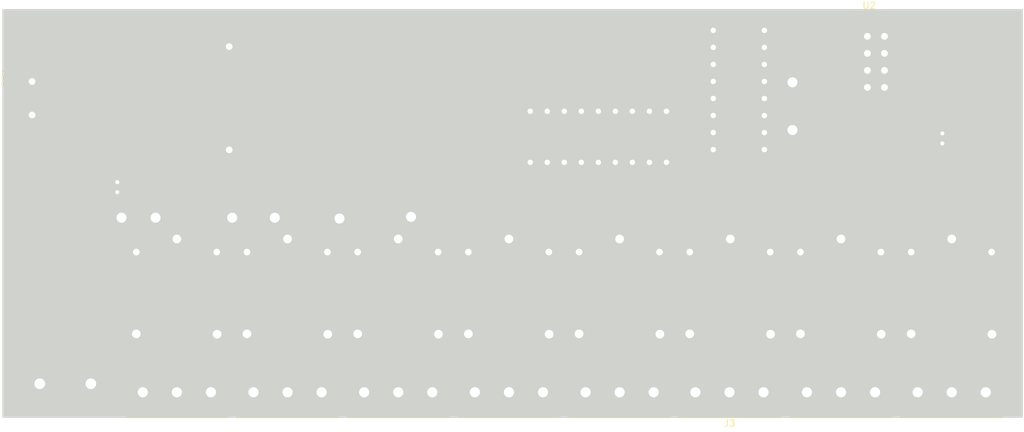
<source format=kicad_pcb>
(kicad_pcb (version 20171130) (host pcbnew "(5.1.4)-1")

  (general
    (thickness 1.6)
    (drawings 0)
    (tracks 215)
    (zones 0)
    (modules 24)
    (nets 49)
  )

  (page A4)
  (layers
    (0 F.Cu signal)
    (31 B.Cu signal)
    (32 B.Adhes user)
    (33 F.Adhes user)
    (34 B.Paste user)
    (35 F.Paste user)
    (36 B.SilkS user)
    (37 F.SilkS user)
    (38 B.Mask user)
    (39 F.Mask user)
    (40 Dwgs.User user)
    (41 Cmts.User user)
    (42 Eco1.User user)
    (43 Eco2.User user)
    (44 Edge.Cuts user)
    (45 Margin user)
    (46 B.CrtYd user)
    (47 F.CrtYd user)
    (48 B.Fab user)
    (49 F.Fab user)
  )

  (setup
    (last_trace_width 0.25)
    (user_trace_width 0.5)
    (trace_clearance 0.2)
    (zone_clearance 0.508)
    (zone_45_only no)
    (trace_min 0.2)
    (via_size 0.8)
    (via_drill 0.4)
    (via_min_size 0.4)
    (via_min_drill 0.3)
    (user_via 2 1.5)
    (uvia_size 0.3)
    (uvia_drill 0.1)
    (uvias_allowed no)
    (uvia_min_size 0.2)
    (uvia_min_drill 0.1)
    (edge_width 0.05)
    (segment_width 0.2)
    (pcb_text_width 0.3)
    (pcb_text_size 1.5 1.5)
    (mod_edge_width 0.12)
    (mod_text_size 1 1)
    (mod_text_width 0.15)
    (pad_size 1.524 1.524)
    (pad_drill 0.762)
    (pad_to_mask_clearance 0.051)
    (solder_mask_min_width 0.25)
    (aux_axis_origin 0 0)
    (visible_elements FFFFFF7F)
    (pcbplotparams
      (layerselection 0x010fc_ffffffff)
      (usegerberextensions false)
      (usegerberattributes false)
      (usegerberadvancedattributes false)
      (creategerberjobfile false)
      (excludeedgelayer true)
      (linewidth 0.100000)
      (plotframeref false)
      (viasonmask false)
      (mode 1)
      (useauxorigin false)
      (hpglpennumber 1)
      (hpglpenspeed 20)
      (hpglpendiameter 15.000000)
      (psnegative false)
      (psa4output false)
      (plotreference true)
      (plotvalue true)
      (plotinvisibletext false)
      (padsonsilk false)
      (subtractmaskfromsilk false)
      (outputformat 1)
      (mirror false)
      (drillshape 1)
      (scaleselection 1)
      (outputdirectory ""))
  )

  (net 0 "")
  (net 1 +5V)
  (net 2 GND)
  (net 3 +3V3)
  (net 4 "Net-(J1-Pad1)")
  (net 5 "Net-(J1-Pad3)")
  (net 6 "Net-(J2-Pad1)")
  (net 7 "Net-(J2-Pad3)")
  (net 8 "Net-(J3-Pad3)")
  (net 9 "Net-(J3-Pad1)")
  (net 10 "Net-(J4-Pad1)")
  (net 11 "Net-(J4-Pad3)")
  (net 12 "Net-(J5-Pad3)")
  (net 13 "Net-(J5-Pad1)")
  (net 14 "Net-(J6-Pad3)")
  (net 15 "Net-(J6-Pad1)")
  (net 16 "Net-(J7-Pad3)")
  (net 17 "Net-(J7-Pad1)")
  (net 18 "Net-(J8-Pad1)")
  (net 19 "Net-(J8-Pad3)")
  (net 20 "Net-(J9-Pad1)")
  (net 21 "Net-(J9-Pad2)")
  (net 22 /RL7)
  (net 23 /RL5)
  (net 24 /RL3)
  (net 25 /RL1)
  (net 26 /RL8)
  (net 27 /RL6)
  (net 28 /RL4)
  (net 29 /RL2)
  (net 30 "Net-(U1-Pad1)")
  (net 31 "Net-(U1-Pad2)")
  (net 32 "Net-(U1-Pad3)")
  (net 33 /CLOCK)
  (net 34 "Net-(U1-Pad4)")
  (net 35 /LATCH)
  (net 36 "Net-(U1-Pad5)")
  (net 37 "Net-(U1-Pad6)")
  (net 38 /DATA)
  (net 39 "Net-(U1-Pad7)")
  (net 40 "Net-(U1-Pad15)")
  (net 41 /COM_RL7)
  (net 42 /COM_RL5)
  (net 43 /COM_RL3)
  (net 44 /COM_RL1)
  (net 45 /COM_RL8)
  (net 46 /COM_RL6)
  (net 47 /COM_RL4)
  (net 48 /COM_RL2)

  (net_class Default "This is the default net class."
    (clearance 0.2)
    (trace_width 0.25)
    (via_dia 0.8)
    (via_drill 0.4)
    (uvia_dia 0.3)
    (uvia_drill 0.1)
    (add_net /RL1)
  )

  (net_class POWER ""
    (clearance 1)
    (trace_width 1.5)
    (via_dia 0.8)
    (via_drill 0.4)
    (uvia_dia 0.3)
    (uvia_drill 0.1)
    (add_net /COM_RL1)
    (add_net /COM_RL2)
    (add_net /COM_RL3)
    (add_net /COM_RL4)
    (add_net /COM_RL5)
    (add_net /COM_RL6)
    (add_net /COM_RL7)
    (add_net /COM_RL8)
    (add_net "Net-(J1-Pad1)")
    (add_net "Net-(J1-Pad3)")
    (add_net "Net-(J2-Pad1)")
    (add_net "Net-(J2-Pad3)")
    (add_net "Net-(J3-Pad1)")
    (add_net "Net-(J3-Pad3)")
    (add_net "Net-(J4-Pad1)")
    (add_net "Net-(J4-Pad3)")
    (add_net "Net-(J5-Pad1)")
    (add_net "Net-(J5-Pad3)")
    (add_net "Net-(J6-Pad1)")
    (add_net "Net-(J6-Pad3)")
    (add_net "Net-(J7-Pad1)")
    (add_net "Net-(J7-Pad3)")
    (add_net "Net-(J8-Pad1)")
    (add_net "Net-(J8-Pad3)")
    (add_net "Net-(J9-Pad1)")
  )

  (net_class Signal ""
    (clearance 0.5)
    (trace_width 0.75)
    (via_dia 2)
    (via_drill 1.5)
    (uvia_dia 0.3)
    (uvia_drill 0.1)
    (add_net +3V3)
    (add_net +5V)
    (add_net /CLOCK)
    (add_net /DATA)
    (add_net /LATCH)
    (add_net /RL2)
    (add_net /RL3)
    (add_net /RL4)
    (add_net /RL5)
    (add_net /RL6)
    (add_net /RL7)
    (add_net /RL8)
    (add_net GND)
    (add_net "Net-(J9-Pad2)")
    (add_net "Net-(U1-Pad1)")
    (add_net "Net-(U1-Pad15)")
    (add_net "Net-(U1-Pad2)")
    (add_net "Net-(U1-Pad3)")
    (add_net "Net-(U1-Pad4)")
    (add_net "Net-(U1-Pad5)")
    (add_net "Net-(U1-Pad6)")
    (add_net "Net-(U1-Pad7)")
  )

  (module Converter_ACDC:Converter_ACDC_HiLink_HLK-PMxx (layer F.Cu) (tedit 5C1AC1CD) (tstamp 5DBF8BBE)
    (at 75.565 51.435)
    (descr "ACDC-Converter, 3W, HiLink, HLK-PMxx, THT, http://www.hlktech.net/product_detail.php?ProId=54")
    (tags "ACDC-Converter 3W THT HiLink board mount module")
    (path /5DBF5979)
    (fp_text reference PS1 (at -3.94 -0.55 90) (layer F.SilkS)
      (effects (font (size 1 1) (thickness 0.15)))
    )
    (fp_text value HLK-PM01 (at 15.79 13.85) (layer F.Fab)
      (effects (font (size 1 1) (thickness 0.15)))
    )
    (fp_line (start -2.3 12.5) (end 31.7 12.5) (layer F.Fab) (width 0.1))
    (fp_line (start 31.7 12.5) (end 31.7 -7.5) (layer F.Fab) (width 0.1))
    (fp_line (start -2.3 12.5) (end -2.3 0.99) (layer F.Fab) (width 0.1))
    (fp_line (start -2.3 -7.5) (end 31.7 -7.5) (layer F.Fab) (width 0.1))
    (fp_text user %R (at 14.68 1.17) (layer F.Fab)
      (effects (font (size 1 1) (thickness 0.15)))
    )
    (fp_line (start -1.29 0) (end -2.29 1) (layer F.Fab) (width 0.1))
    (fp_line (start -2.29 -1) (end -1.29 0) (layer F.Fab) (width 0.1))
    (fp_line (start -2.3 -1) (end -2.3 -7.5) (layer F.Fab) (width 0.1))
    (fp_line (start -2.55 12.75) (end 31.95 12.75) (layer F.CrtYd) (width 0.05))
    (fp_line (start 31.95 12.75) (end 31.95 -7.75) (layer F.CrtYd) (width 0.05))
    (fp_line (start 31.95 -7.75) (end -2.55 -7.75) (layer F.CrtYd) (width 0.05))
    (fp_line (start -2.55 -7.75) (end -2.55 12.75) (layer F.CrtYd) (width 0.05))
    (fp_line (start -2.4 -7.6) (end -2.4 12.6) (layer F.SilkS) (width 0.12))
    (fp_line (start -2.4 12.6) (end 31.8 12.6) (layer F.SilkS) (width 0.12))
    (fp_line (start 31.8 12.6) (end 31.8 -7.6) (layer F.SilkS) (width 0.12))
    (fp_line (start 31.8 -7.6) (end -2.4 -7.6) (layer F.SilkS) (width 0.12))
    (fp_line (start -2.79 -1) (end -2.79 1.01) (layer F.SilkS) (width 0.12))
    (pad 3 thru_hole circle (at 29.4 -5.2) (size 2.3 2.3) (drill 1) (layers *.Cu *.Mask)
      (net 2 GND))
    (pad 1 thru_hole rect (at 0 0) (size 2.3 2) (drill 1) (layers *.Cu *.Mask)
      (net 21 "Net-(J9-Pad2)"))
    (pad 2 thru_hole circle (at 0 5) (size 2.3 2.3) (drill 1) (layers *.Cu *.Mask)
      (net 20 "Net-(J9-Pad1)"))
    (pad 4 thru_hole circle (at 29.4 10.2) (size 2.3 2.3) (drill 1) (layers *.Cu *.Mask)
      (net 1 +5V))
    (model ${KISYS3DMOD}/Converter_ACDC.3dshapes/Converter_ACDC_HiLink_HLK-PMxx.wrl
      (at (xyz 0 0 0))
      (scale (xyz 1 1 1))
      (rotate (xyz 0 0 0))
    )
  )

  (module Package_TO_SOT_SMD:SOT-23_Handsoldering (layer B.Cu) (tedit 5A0AB76C) (tstamp 5DBFD676)
    (at 213.36 49.022 90)
    (descr "SOT-23, Handsoldering")
    (tags SOT-23)
    (path /5DC080AD)
    (attr smd)
    (fp_text reference U4 (at 0 2.5 270) (layer B.SilkS)
      (effects (font (size 1 1) (thickness 0.15)) (justify mirror))
    )
    (fp_text value AMS1117-3.3 (at 0 -2.5 270) (layer B.Fab)
      (effects (font (size 1 1) (thickness 0.15)) (justify mirror))
    )
    (fp_text user %R (at 0 0) (layer B.Fab)
      (effects (font (size 0.5 0.5) (thickness 0.075)) (justify mirror))
    )
    (fp_line (start 0.76 -1.58) (end 0.76 -0.65) (layer B.SilkS) (width 0.12))
    (fp_line (start 0.76 1.58) (end 0.76 0.65) (layer B.SilkS) (width 0.12))
    (fp_line (start -2.7 1.75) (end 2.7 1.75) (layer B.CrtYd) (width 0.05))
    (fp_line (start 2.7 1.75) (end 2.7 -1.75) (layer B.CrtYd) (width 0.05))
    (fp_line (start 2.7 -1.75) (end -2.7 -1.75) (layer B.CrtYd) (width 0.05))
    (fp_line (start -2.7 -1.75) (end -2.7 1.75) (layer B.CrtYd) (width 0.05))
    (fp_line (start 0.76 1.58) (end -2.4 1.58) (layer B.SilkS) (width 0.12))
    (fp_line (start -0.7 0.95) (end -0.7 -1.5) (layer B.Fab) (width 0.1))
    (fp_line (start -0.15 1.52) (end 0.7 1.52) (layer B.Fab) (width 0.1))
    (fp_line (start -0.7 0.95) (end -0.15 1.52) (layer B.Fab) (width 0.1))
    (fp_line (start 0.7 1.52) (end 0.7 -1.52) (layer B.Fab) (width 0.1))
    (fp_line (start -0.7 -1.52) (end 0.7 -1.52) (layer B.Fab) (width 0.1))
    (fp_line (start 0.76 -1.58) (end -0.7 -1.58) (layer B.SilkS) (width 0.12))
    (pad 1 smd rect (at -1.5 0.95 90) (size 1.9 0.8) (layers B.Cu B.Paste B.Mask)
      (net 2 GND))
    (pad 2 smd rect (at -1.5 -0.95 90) (size 1.9 0.8) (layers B.Cu B.Paste B.Mask)
      (net 3 +3V3))
    (pad 3 smd rect (at 1.5 0 90) (size 1.9 0.8) (layers B.Cu B.Paste B.Mask)
      (net 1 +5V))
    (model ${KISYS3DMOD}/Package_TO_SOT_SMD.3dshapes/SOT-23.wrl
      (at (xyz 0 0 0))
      (scale (xyz 1 1 1))
      (rotate (xyz 0 0 0))
    )
  )

  (module Capacitor_THT:CP_Radial_D4.0mm_P1.50mm (layer F.Cu) (tedit 5AE50EF0) (tstamp 5DBFBF16)
    (at 88.265 67.945 90)
    (descr "CP, Radial series, Radial, pin pitch=1.50mm, , diameter=4mm, Electrolytic Capacitor")
    (tags "CP Radial series Radial pin pitch 1.50mm  diameter 4mm Electrolytic Capacitor")
    (path /5DC2AE00)
    (fp_text reference C1 (at 0.75 -3.25 90) (layer F.SilkS)
      (effects (font (size 1 1) (thickness 0.15)))
    )
    (fp_text value 5uf (at 0.75 3.25 90) (layer F.Fab)
      (effects (font (size 1 1) (thickness 0.15)))
    )
    (fp_circle (center 0.75 0) (end 2.75 0) (layer F.Fab) (width 0.1))
    (fp_circle (center 0.75 0) (end 2.87 0) (layer F.SilkS) (width 0.12))
    (fp_circle (center 0.75 0) (end 3 0) (layer F.CrtYd) (width 0.05))
    (fp_line (start -0.952554 -0.8675) (end -0.552554 -0.8675) (layer F.Fab) (width 0.1))
    (fp_line (start -0.752554 -1.0675) (end -0.752554 -0.6675) (layer F.Fab) (width 0.1))
    (fp_line (start 0.75 0.84) (end 0.75 2.08) (layer F.SilkS) (width 0.12))
    (fp_line (start 0.75 -2.08) (end 0.75 -0.84) (layer F.SilkS) (width 0.12))
    (fp_line (start 0.79 0.84) (end 0.79 2.08) (layer F.SilkS) (width 0.12))
    (fp_line (start 0.79 -2.08) (end 0.79 -0.84) (layer F.SilkS) (width 0.12))
    (fp_line (start 0.83 0.84) (end 0.83 2.079) (layer F.SilkS) (width 0.12))
    (fp_line (start 0.83 -2.079) (end 0.83 -0.84) (layer F.SilkS) (width 0.12))
    (fp_line (start 0.87 -2.077) (end 0.87 -0.84) (layer F.SilkS) (width 0.12))
    (fp_line (start 0.87 0.84) (end 0.87 2.077) (layer F.SilkS) (width 0.12))
    (fp_line (start 0.91 -2.074) (end 0.91 -0.84) (layer F.SilkS) (width 0.12))
    (fp_line (start 0.91 0.84) (end 0.91 2.074) (layer F.SilkS) (width 0.12))
    (fp_line (start 0.95 -2.071) (end 0.95 -0.84) (layer F.SilkS) (width 0.12))
    (fp_line (start 0.95 0.84) (end 0.95 2.071) (layer F.SilkS) (width 0.12))
    (fp_line (start 0.99 -2.067) (end 0.99 -0.84) (layer F.SilkS) (width 0.12))
    (fp_line (start 0.99 0.84) (end 0.99 2.067) (layer F.SilkS) (width 0.12))
    (fp_line (start 1.03 -2.062) (end 1.03 -0.84) (layer F.SilkS) (width 0.12))
    (fp_line (start 1.03 0.84) (end 1.03 2.062) (layer F.SilkS) (width 0.12))
    (fp_line (start 1.07 -2.056) (end 1.07 -0.84) (layer F.SilkS) (width 0.12))
    (fp_line (start 1.07 0.84) (end 1.07 2.056) (layer F.SilkS) (width 0.12))
    (fp_line (start 1.11 -2.05) (end 1.11 -0.84) (layer F.SilkS) (width 0.12))
    (fp_line (start 1.11 0.84) (end 1.11 2.05) (layer F.SilkS) (width 0.12))
    (fp_line (start 1.15 -2.042) (end 1.15 -0.84) (layer F.SilkS) (width 0.12))
    (fp_line (start 1.15 0.84) (end 1.15 2.042) (layer F.SilkS) (width 0.12))
    (fp_line (start 1.19 -2.034) (end 1.19 -0.84) (layer F.SilkS) (width 0.12))
    (fp_line (start 1.19 0.84) (end 1.19 2.034) (layer F.SilkS) (width 0.12))
    (fp_line (start 1.23 -2.025) (end 1.23 -0.84) (layer F.SilkS) (width 0.12))
    (fp_line (start 1.23 0.84) (end 1.23 2.025) (layer F.SilkS) (width 0.12))
    (fp_line (start 1.27 -2.016) (end 1.27 -0.84) (layer F.SilkS) (width 0.12))
    (fp_line (start 1.27 0.84) (end 1.27 2.016) (layer F.SilkS) (width 0.12))
    (fp_line (start 1.31 -2.005) (end 1.31 -0.84) (layer F.SilkS) (width 0.12))
    (fp_line (start 1.31 0.84) (end 1.31 2.005) (layer F.SilkS) (width 0.12))
    (fp_line (start 1.35 -1.994) (end 1.35 -0.84) (layer F.SilkS) (width 0.12))
    (fp_line (start 1.35 0.84) (end 1.35 1.994) (layer F.SilkS) (width 0.12))
    (fp_line (start 1.39 -1.982) (end 1.39 -0.84) (layer F.SilkS) (width 0.12))
    (fp_line (start 1.39 0.84) (end 1.39 1.982) (layer F.SilkS) (width 0.12))
    (fp_line (start 1.43 -1.968) (end 1.43 -0.84) (layer F.SilkS) (width 0.12))
    (fp_line (start 1.43 0.84) (end 1.43 1.968) (layer F.SilkS) (width 0.12))
    (fp_line (start 1.471 -1.954) (end 1.471 -0.84) (layer F.SilkS) (width 0.12))
    (fp_line (start 1.471 0.84) (end 1.471 1.954) (layer F.SilkS) (width 0.12))
    (fp_line (start 1.511 -1.94) (end 1.511 -0.84) (layer F.SilkS) (width 0.12))
    (fp_line (start 1.511 0.84) (end 1.511 1.94) (layer F.SilkS) (width 0.12))
    (fp_line (start 1.551 -1.924) (end 1.551 -0.84) (layer F.SilkS) (width 0.12))
    (fp_line (start 1.551 0.84) (end 1.551 1.924) (layer F.SilkS) (width 0.12))
    (fp_line (start 1.591 -1.907) (end 1.591 -0.84) (layer F.SilkS) (width 0.12))
    (fp_line (start 1.591 0.84) (end 1.591 1.907) (layer F.SilkS) (width 0.12))
    (fp_line (start 1.631 -1.889) (end 1.631 -0.84) (layer F.SilkS) (width 0.12))
    (fp_line (start 1.631 0.84) (end 1.631 1.889) (layer F.SilkS) (width 0.12))
    (fp_line (start 1.671 -1.87) (end 1.671 -0.84) (layer F.SilkS) (width 0.12))
    (fp_line (start 1.671 0.84) (end 1.671 1.87) (layer F.SilkS) (width 0.12))
    (fp_line (start 1.711 -1.851) (end 1.711 -0.84) (layer F.SilkS) (width 0.12))
    (fp_line (start 1.711 0.84) (end 1.711 1.851) (layer F.SilkS) (width 0.12))
    (fp_line (start 1.751 -1.83) (end 1.751 -0.84) (layer F.SilkS) (width 0.12))
    (fp_line (start 1.751 0.84) (end 1.751 1.83) (layer F.SilkS) (width 0.12))
    (fp_line (start 1.791 -1.808) (end 1.791 -0.84) (layer F.SilkS) (width 0.12))
    (fp_line (start 1.791 0.84) (end 1.791 1.808) (layer F.SilkS) (width 0.12))
    (fp_line (start 1.831 -1.785) (end 1.831 -0.84) (layer F.SilkS) (width 0.12))
    (fp_line (start 1.831 0.84) (end 1.831 1.785) (layer F.SilkS) (width 0.12))
    (fp_line (start 1.871 -1.76) (end 1.871 -0.84) (layer F.SilkS) (width 0.12))
    (fp_line (start 1.871 0.84) (end 1.871 1.76) (layer F.SilkS) (width 0.12))
    (fp_line (start 1.911 -1.735) (end 1.911 -0.84) (layer F.SilkS) (width 0.12))
    (fp_line (start 1.911 0.84) (end 1.911 1.735) (layer F.SilkS) (width 0.12))
    (fp_line (start 1.951 -1.708) (end 1.951 -0.84) (layer F.SilkS) (width 0.12))
    (fp_line (start 1.951 0.84) (end 1.951 1.708) (layer F.SilkS) (width 0.12))
    (fp_line (start 1.991 -1.68) (end 1.991 -0.84) (layer F.SilkS) (width 0.12))
    (fp_line (start 1.991 0.84) (end 1.991 1.68) (layer F.SilkS) (width 0.12))
    (fp_line (start 2.031 -1.65) (end 2.031 -0.84) (layer F.SilkS) (width 0.12))
    (fp_line (start 2.031 0.84) (end 2.031 1.65) (layer F.SilkS) (width 0.12))
    (fp_line (start 2.071 -1.619) (end 2.071 -0.84) (layer F.SilkS) (width 0.12))
    (fp_line (start 2.071 0.84) (end 2.071 1.619) (layer F.SilkS) (width 0.12))
    (fp_line (start 2.111 -1.587) (end 2.111 -0.84) (layer F.SilkS) (width 0.12))
    (fp_line (start 2.111 0.84) (end 2.111 1.587) (layer F.SilkS) (width 0.12))
    (fp_line (start 2.151 -1.552) (end 2.151 -0.84) (layer F.SilkS) (width 0.12))
    (fp_line (start 2.151 0.84) (end 2.151 1.552) (layer F.SilkS) (width 0.12))
    (fp_line (start 2.191 -1.516) (end 2.191 -0.84) (layer F.SilkS) (width 0.12))
    (fp_line (start 2.191 0.84) (end 2.191 1.516) (layer F.SilkS) (width 0.12))
    (fp_line (start 2.231 -1.478) (end 2.231 -0.84) (layer F.SilkS) (width 0.12))
    (fp_line (start 2.231 0.84) (end 2.231 1.478) (layer F.SilkS) (width 0.12))
    (fp_line (start 2.271 -1.438) (end 2.271 -0.84) (layer F.SilkS) (width 0.12))
    (fp_line (start 2.271 0.84) (end 2.271 1.438) (layer F.SilkS) (width 0.12))
    (fp_line (start 2.311 -1.396) (end 2.311 -0.84) (layer F.SilkS) (width 0.12))
    (fp_line (start 2.311 0.84) (end 2.311 1.396) (layer F.SilkS) (width 0.12))
    (fp_line (start 2.351 -1.351) (end 2.351 1.351) (layer F.SilkS) (width 0.12))
    (fp_line (start 2.391 -1.304) (end 2.391 1.304) (layer F.SilkS) (width 0.12))
    (fp_line (start 2.431 -1.254) (end 2.431 1.254) (layer F.SilkS) (width 0.12))
    (fp_line (start 2.471 -1.2) (end 2.471 1.2) (layer F.SilkS) (width 0.12))
    (fp_line (start 2.511 -1.142) (end 2.511 1.142) (layer F.SilkS) (width 0.12))
    (fp_line (start 2.551 -1.08) (end 2.551 1.08) (layer F.SilkS) (width 0.12))
    (fp_line (start 2.591 -1.013) (end 2.591 1.013) (layer F.SilkS) (width 0.12))
    (fp_line (start 2.631 -0.94) (end 2.631 0.94) (layer F.SilkS) (width 0.12))
    (fp_line (start 2.671 -0.859) (end 2.671 0.859) (layer F.SilkS) (width 0.12))
    (fp_line (start 2.711 -0.768) (end 2.711 0.768) (layer F.SilkS) (width 0.12))
    (fp_line (start 2.751 -0.664) (end 2.751 0.664) (layer F.SilkS) (width 0.12))
    (fp_line (start 2.791 -0.537) (end 2.791 0.537) (layer F.SilkS) (width 0.12))
    (fp_line (start 2.831 -0.37) (end 2.831 0.37) (layer F.SilkS) (width 0.12))
    (fp_line (start -1.519801 -1.195) (end -1.119801 -1.195) (layer F.SilkS) (width 0.12))
    (fp_line (start -1.319801 -1.395) (end -1.319801 -0.995) (layer F.SilkS) (width 0.12))
    (fp_text user %R (at 0.75 0 90) (layer F.Fab)
      (effects (font (size 0.8 0.8) (thickness 0.12)))
    )
    (pad 1 thru_hole rect (at 0 0 90) (size 1.2 1.2) (drill 0.6) (layers *.Cu *.Mask)
      (net 1 +5V))
    (pad 2 thru_hole circle (at 1.5 0 90) (size 1.2 1.2) (drill 0.6) (layers *.Cu *.Mask)
      (net 2 GND))
    (model ${KISYS3DMOD}/Capacitor_THT.3dshapes/CP_Radial_D4.0mm_P1.50mm.wrl
      (at (xyz 0 0 0))
      (scale (xyz 1 1 1))
      (rotate (xyz 0 0 0))
    )
  )

  (module Capacitor_THT:CP_Radial_D4.0mm_P1.50mm (layer F.Cu) (tedit 5AE50EF0) (tstamp 5DBFC6DC)
    (at 211.328 59.182 270)
    (descr "CP, Radial series, Radial, pin pitch=1.50mm, , diameter=4mm, Electrolytic Capacitor")
    (tags "CP Radial series Radial pin pitch 1.50mm  diameter 4mm Electrolytic Capacitor")
    (path /5DC4BFBF)
    (fp_text reference C2 (at 0.75 -3.25 90) (layer F.SilkS)
      (effects (font (size 1 1) (thickness 0.15)))
    )
    (fp_text value 47uf (at 0.75 3.25 90) (layer F.Fab)
      (effects (font (size 1 1) (thickness 0.15)))
    )
    (fp_text user %R (at 0.75 0 90) (layer F.Fab)
      (effects (font (size 0.8 0.8) (thickness 0.12)))
    )
    (fp_line (start -1.319801 -1.395) (end -1.319801 -0.995) (layer F.SilkS) (width 0.12))
    (fp_line (start -1.519801 -1.195) (end -1.119801 -1.195) (layer F.SilkS) (width 0.12))
    (fp_line (start 2.831 -0.37) (end 2.831 0.37) (layer F.SilkS) (width 0.12))
    (fp_line (start 2.791 -0.537) (end 2.791 0.537) (layer F.SilkS) (width 0.12))
    (fp_line (start 2.751 -0.664) (end 2.751 0.664) (layer F.SilkS) (width 0.12))
    (fp_line (start 2.711 -0.768) (end 2.711 0.768) (layer F.SilkS) (width 0.12))
    (fp_line (start 2.671 -0.859) (end 2.671 0.859) (layer F.SilkS) (width 0.12))
    (fp_line (start 2.631 -0.94) (end 2.631 0.94) (layer F.SilkS) (width 0.12))
    (fp_line (start 2.591 -1.013) (end 2.591 1.013) (layer F.SilkS) (width 0.12))
    (fp_line (start 2.551 -1.08) (end 2.551 1.08) (layer F.SilkS) (width 0.12))
    (fp_line (start 2.511 -1.142) (end 2.511 1.142) (layer F.SilkS) (width 0.12))
    (fp_line (start 2.471 -1.2) (end 2.471 1.2) (layer F.SilkS) (width 0.12))
    (fp_line (start 2.431 -1.254) (end 2.431 1.254) (layer F.SilkS) (width 0.12))
    (fp_line (start 2.391 -1.304) (end 2.391 1.304) (layer F.SilkS) (width 0.12))
    (fp_line (start 2.351 -1.351) (end 2.351 1.351) (layer F.SilkS) (width 0.12))
    (fp_line (start 2.311 0.84) (end 2.311 1.396) (layer F.SilkS) (width 0.12))
    (fp_line (start 2.311 -1.396) (end 2.311 -0.84) (layer F.SilkS) (width 0.12))
    (fp_line (start 2.271 0.84) (end 2.271 1.438) (layer F.SilkS) (width 0.12))
    (fp_line (start 2.271 -1.438) (end 2.271 -0.84) (layer F.SilkS) (width 0.12))
    (fp_line (start 2.231 0.84) (end 2.231 1.478) (layer F.SilkS) (width 0.12))
    (fp_line (start 2.231 -1.478) (end 2.231 -0.84) (layer F.SilkS) (width 0.12))
    (fp_line (start 2.191 0.84) (end 2.191 1.516) (layer F.SilkS) (width 0.12))
    (fp_line (start 2.191 -1.516) (end 2.191 -0.84) (layer F.SilkS) (width 0.12))
    (fp_line (start 2.151 0.84) (end 2.151 1.552) (layer F.SilkS) (width 0.12))
    (fp_line (start 2.151 -1.552) (end 2.151 -0.84) (layer F.SilkS) (width 0.12))
    (fp_line (start 2.111 0.84) (end 2.111 1.587) (layer F.SilkS) (width 0.12))
    (fp_line (start 2.111 -1.587) (end 2.111 -0.84) (layer F.SilkS) (width 0.12))
    (fp_line (start 2.071 0.84) (end 2.071 1.619) (layer F.SilkS) (width 0.12))
    (fp_line (start 2.071 -1.619) (end 2.071 -0.84) (layer F.SilkS) (width 0.12))
    (fp_line (start 2.031 0.84) (end 2.031 1.65) (layer F.SilkS) (width 0.12))
    (fp_line (start 2.031 -1.65) (end 2.031 -0.84) (layer F.SilkS) (width 0.12))
    (fp_line (start 1.991 0.84) (end 1.991 1.68) (layer F.SilkS) (width 0.12))
    (fp_line (start 1.991 -1.68) (end 1.991 -0.84) (layer F.SilkS) (width 0.12))
    (fp_line (start 1.951 0.84) (end 1.951 1.708) (layer F.SilkS) (width 0.12))
    (fp_line (start 1.951 -1.708) (end 1.951 -0.84) (layer F.SilkS) (width 0.12))
    (fp_line (start 1.911 0.84) (end 1.911 1.735) (layer F.SilkS) (width 0.12))
    (fp_line (start 1.911 -1.735) (end 1.911 -0.84) (layer F.SilkS) (width 0.12))
    (fp_line (start 1.871 0.84) (end 1.871 1.76) (layer F.SilkS) (width 0.12))
    (fp_line (start 1.871 -1.76) (end 1.871 -0.84) (layer F.SilkS) (width 0.12))
    (fp_line (start 1.831 0.84) (end 1.831 1.785) (layer F.SilkS) (width 0.12))
    (fp_line (start 1.831 -1.785) (end 1.831 -0.84) (layer F.SilkS) (width 0.12))
    (fp_line (start 1.791 0.84) (end 1.791 1.808) (layer F.SilkS) (width 0.12))
    (fp_line (start 1.791 -1.808) (end 1.791 -0.84) (layer F.SilkS) (width 0.12))
    (fp_line (start 1.751 0.84) (end 1.751 1.83) (layer F.SilkS) (width 0.12))
    (fp_line (start 1.751 -1.83) (end 1.751 -0.84) (layer F.SilkS) (width 0.12))
    (fp_line (start 1.711 0.84) (end 1.711 1.851) (layer F.SilkS) (width 0.12))
    (fp_line (start 1.711 -1.851) (end 1.711 -0.84) (layer F.SilkS) (width 0.12))
    (fp_line (start 1.671 0.84) (end 1.671 1.87) (layer F.SilkS) (width 0.12))
    (fp_line (start 1.671 -1.87) (end 1.671 -0.84) (layer F.SilkS) (width 0.12))
    (fp_line (start 1.631 0.84) (end 1.631 1.889) (layer F.SilkS) (width 0.12))
    (fp_line (start 1.631 -1.889) (end 1.631 -0.84) (layer F.SilkS) (width 0.12))
    (fp_line (start 1.591 0.84) (end 1.591 1.907) (layer F.SilkS) (width 0.12))
    (fp_line (start 1.591 -1.907) (end 1.591 -0.84) (layer F.SilkS) (width 0.12))
    (fp_line (start 1.551 0.84) (end 1.551 1.924) (layer F.SilkS) (width 0.12))
    (fp_line (start 1.551 -1.924) (end 1.551 -0.84) (layer F.SilkS) (width 0.12))
    (fp_line (start 1.511 0.84) (end 1.511 1.94) (layer F.SilkS) (width 0.12))
    (fp_line (start 1.511 -1.94) (end 1.511 -0.84) (layer F.SilkS) (width 0.12))
    (fp_line (start 1.471 0.84) (end 1.471 1.954) (layer F.SilkS) (width 0.12))
    (fp_line (start 1.471 -1.954) (end 1.471 -0.84) (layer F.SilkS) (width 0.12))
    (fp_line (start 1.43 0.84) (end 1.43 1.968) (layer F.SilkS) (width 0.12))
    (fp_line (start 1.43 -1.968) (end 1.43 -0.84) (layer F.SilkS) (width 0.12))
    (fp_line (start 1.39 0.84) (end 1.39 1.982) (layer F.SilkS) (width 0.12))
    (fp_line (start 1.39 -1.982) (end 1.39 -0.84) (layer F.SilkS) (width 0.12))
    (fp_line (start 1.35 0.84) (end 1.35 1.994) (layer F.SilkS) (width 0.12))
    (fp_line (start 1.35 -1.994) (end 1.35 -0.84) (layer F.SilkS) (width 0.12))
    (fp_line (start 1.31 0.84) (end 1.31 2.005) (layer F.SilkS) (width 0.12))
    (fp_line (start 1.31 -2.005) (end 1.31 -0.84) (layer F.SilkS) (width 0.12))
    (fp_line (start 1.27 0.84) (end 1.27 2.016) (layer F.SilkS) (width 0.12))
    (fp_line (start 1.27 -2.016) (end 1.27 -0.84) (layer F.SilkS) (width 0.12))
    (fp_line (start 1.23 0.84) (end 1.23 2.025) (layer F.SilkS) (width 0.12))
    (fp_line (start 1.23 -2.025) (end 1.23 -0.84) (layer F.SilkS) (width 0.12))
    (fp_line (start 1.19 0.84) (end 1.19 2.034) (layer F.SilkS) (width 0.12))
    (fp_line (start 1.19 -2.034) (end 1.19 -0.84) (layer F.SilkS) (width 0.12))
    (fp_line (start 1.15 0.84) (end 1.15 2.042) (layer F.SilkS) (width 0.12))
    (fp_line (start 1.15 -2.042) (end 1.15 -0.84) (layer F.SilkS) (width 0.12))
    (fp_line (start 1.11 0.84) (end 1.11 2.05) (layer F.SilkS) (width 0.12))
    (fp_line (start 1.11 -2.05) (end 1.11 -0.84) (layer F.SilkS) (width 0.12))
    (fp_line (start 1.07 0.84) (end 1.07 2.056) (layer F.SilkS) (width 0.12))
    (fp_line (start 1.07 -2.056) (end 1.07 -0.84) (layer F.SilkS) (width 0.12))
    (fp_line (start 1.03 0.84) (end 1.03 2.062) (layer F.SilkS) (width 0.12))
    (fp_line (start 1.03 -2.062) (end 1.03 -0.84) (layer F.SilkS) (width 0.12))
    (fp_line (start 0.99 0.84) (end 0.99 2.067) (layer F.SilkS) (width 0.12))
    (fp_line (start 0.99 -2.067) (end 0.99 -0.84) (layer F.SilkS) (width 0.12))
    (fp_line (start 0.95 0.84) (end 0.95 2.071) (layer F.SilkS) (width 0.12))
    (fp_line (start 0.95 -2.071) (end 0.95 -0.84) (layer F.SilkS) (width 0.12))
    (fp_line (start 0.91 0.84) (end 0.91 2.074) (layer F.SilkS) (width 0.12))
    (fp_line (start 0.91 -2.074) (end 0.91 -0.84) (layer F.SilkS) (width 0.12))
    (fp_line (start 0.87 0.84) (end 0.87 2.077) (layer F.SilkS) (width 0.12))
    (fp_line (start 0.87 -2.077) (end 0.87 -0.84) (layer F.SilkS) (width 0.12))
    (fp_line (start 0.83 -2.079) (end 0.83 -0.84) (layer F.SilkS) (width 0.12))
    (fp_line (start 0.83 0.84) (end 0.83 2.079) (layer F.SilkS) (width 0.12))
    (fp_line (start 0.79 -2.08) (end 0.79 -0.84) (layer F.SilkS) (width 0.12))
    (fp_line (start 0.79 0.84) (end 0.79 2.08) (layer F.SilkS) (width 0.12))
    (fp_line (start 0.75 -2.08) (end 0.75 -0.84) (layer F.SilkS) (width 0.12))
    (fp_line (start 0.75 0.84) (end 0.75 2.08) (layer F.SilkS) (width 0.12))
    (fp_line (start -0.752554 -1.0675) (end -0.752554 -0.6675) (layer F.Fab) (width 0.1))
    (fp_line (start -0.952554 -0.8675) (end -0.552554 -0.8675) (layer F.Fab) (width 0.1))
    (fp_circle (center 0.75 0) (end 3 0) (layer F.CrtYd) (width 0.05))
    (fp_circle (center 0.75 0) (end 2.87 0) (layer F.SilkS) (width 0.12))
    (fp_circle (center 0.75 0) (end 2.75 0) (layer F.Fab) (width 0.1))
    (pad 2 thru_hole circle (at 1.5 0 270) (size 1.2 1.2) (drill 0.6) (layers *.Cu *.Mask)
      (net 2 GND))
    (pad 1 thru_hole rect (at 0 0 270) (size 1.2 1.2) (drill 0.6) (layers *.Cu *.Mask)
      (net 3 +3V3))
    (model ${KISYS3DMOD}/Capacitor_THT.3dshapes/CP_Radial_D4.0mm_P1.50mm.wrl
      (at (xyz 0 0 0))
      (scale (xyz 1 1 1))
      (rotate (xyz 0 0 0))
    )
  )

  (module TerminalBlock:TerminalBlock_bornier-3_P5.08mm (layer F.Cu) (tedit 59FF03B9) (tstamp 5DBF89A5)
    (at 108.585 97.79)
    (descr "simple 3-pin terminal block, pitch 5.08mm, revamped version of bornier3")
    (tags "terminal block bornier3")
    (path /5DBE1C15)
    (fp_text reference J1 (at 5.05 -4.65) (layer F.SilkS)
      (effects (font (size 1 1) (thickness 0.15)))
    )
    (fp_text value Screw_Terminal_01x03 (at 5.08 5.08) (layer F.Fab)
      (effects (font (size 1 1) (thickness 0.15)))
    )
    (fp_text user %R (at 5.08 0) (layer F.Fab)
      (effects (font (size 1 1) (thickness 0.15)))
    )
    (fp_line (start -2.47 2.55) (end 12.63 2.55) (layer F.Fab) (width 0.1))
    (fp_line (start -2.47 -3.75) (end 12.63 -3.75) (layer F.Fab) (width 0.1))
    (fp_line (start 12.63 -3.75) (end 12.63 3.75) (layer F.Fab) (width 0.1))
    (fp_line (start 12.63 3.75) (end -2.47 3.75) (layer F.Fab) (width 0.1))
    (fp_line (start -2.47 3.75) (end -2.47 -3.75) (layer F.Fab) (width 0.1))
    (fp_line (start -2.54 3.81) (end -2.54 -3.81) (layer F.SilkS) (width 0.12))
    (fp_line (start 12.7 3.81) (end 12.7 -3.81) (layer F.SilkS) (width 0.12))
    (fp_line (start -2.54 2.54) (end 12.7 2.54) (layer F.SilkS) (width 0.12))
    (fp_line (start -2.54 -3.81) (end 12.7 -3.81) (layer F.SilkS) (width 0.12))
    (fp_line (start -2.54 3.81) (end 12.7 3.81) (layer F.SilkS) (width 0.12))
    (fp_line (start -2.72 -4) (end 12.88 -4) (layer F.CrtYd) (width 0.05))
    (fp_line (start -2.72 -4) (end -2.72 4) (layer F.CrtYd) (width 0.05))
    (fp_line (start 12.88 4) (end 12.88 -4) (layer F.CrtYd) (width 0.05))
    (fp_line (start 12.88 4) (end -2.72 4) (layer F.CrtYd) (width 0.05))
    (pad 1 thru_hole rect (at 0 0) (size 3 3) (drill 1.52) (layers *.Cu *.Mask)
      (net 4 "Net-(J1-Pad1)"))
    (pad 2 thru_hole circle (at 5.08 0) (size 3 3) (drill 1.52) (layers *.Cu *.Mask)
      (net 41 /COM_RL7))
    (pad 3 thru_hole circle (at 10.16 0) (size 3 3) (drill 1.52) (layers *.Cu *.Mask)
      (net 5 "Net-(J1-Pad3)"))
    (model ${KISYS3DMOD}/TerminalBlock.3dshapes/TerminalBlock_bornier-3_P5.08mm.wrl
      (offset (xyz 5.079999923706055 0 0))
      (scale (xyz 1 1 1))
      (rotate (xyz 0 0 0))
    )
  )

  (module TerminalBlock:TerminalBlock_bornier-3_P5.08mm (layer F.Cu) (tedit 59FF03B9) (tstamp 5DBF89BB)
    (at 141.605 97.79)
    (descr "simple 3-pin terminal block, pitch 5.08mm, revamped version of bornier3")
    (tags "terminal block bornier3")
    (path /5DBE1BD8)
    (fp_text reference J2 (at 5.05 -4.65) (layer F.SilkS)
      (effects (font (size 1 1) (thickness 0.15)))
    )
    (fp_text value Screw_Terminal_01x03 (at 5.08 5.08) (layer F.Fab)
      (effects (font (size 1 1) (thickness 0.15)))
    )
    (fp_text user %R (at 5.08 0) (layer F.Fab)
      (effects (font (size 1 1) (thickness 0.15)))
    )
    (fp_line (start -2.47 2.55) (end 12.63 2.55) (layer F.Fab) (width 0.1))
    (fp_line (start -2.47 -3.75) (end 12.63 -3.75) (layer F.Fab) (width 0.1))
    (fp_line (start 12.63 -3.75) (end 12.63 3.75) (layer F.Fab) (width 0.1))
    (fp_line (start 12.63 3.75) (end -2.47 3.75) (layer F.Fab) (width 0.1))
    (fp_line (start -2.47 3.75) (end -2.47 -3.75) (layer F.Fab) (width 0.1))
    (fp_line (start -2.54 3.81) (end -2.54 -3.81) (layer F.SilkS) (width 0.12))
    (fp_line (start 12.7 3.81) (end 12.7 -3.81) (layer F.SilkS) (width 0.12))
    (fp_line (start -2.54 2.54) (end 12.7 2.54) (layer F.SilkS) (width 0.12))
    (fp_line (start -2.54 -3.81) (end 12.7 -3.81) (layer F.SilkS) (width 0.12))
    (fp_line (start -2.54 3.81) (end 12.7 3.81) (layer F.SilkS) (width 0.12))
    (fp_line (start -2.72 -4) (end 12.88 -4) (layer F.CrtYd) (width 0.05))
    (fp_line (start -2.72 -4) (end -2.72 4) (layer F.CrtYd) (width 0.05))
    (fp_line (start 12.88 4) (end 12.88 -4) (layer F.CrtYd) (width 0.05))
    (fp_line (start 12.88 4) (end -2.72 4) (layer F.CrtYd) (width 0.05))
    (pad 1 thru_hole rect (at 0 0) (size 3 3) (drill 1.52) (layers *.Cu *.Mask)
      (net 6 "Net-(J2-Pad1)"))
    (pad 2 thru_hole circle (at 5.08 0) (size 3 3) (drill 1.52) (layers *.Cu *.Mask)
      (net 42 /COM_RL5))
    (pad 3 thru_hole circle (at 10.16 0) (size 3 3) (drill 1.52) (layers *.Cu *.Mask)
      (net 7 "Net-(J2-Pad3)"))
    (model ${KISYS3DMOD}/TerminalBlock.3dshapes/TerminalBlock_bornier-3_P5.08mm.wrl
      (offset (xyz 5.079999923706055 0 0))
      (scale (xyz 1 1 1))
      (rotate (xyz 0 0 0))
    )
  )

  (module TerminalBlock:TerminalBlock_bornier-3_P5.08mm (layer F.Cu) (tedit 59FF03B9) (tstamp 5DBF89D1)
    (at 184.658 97.79 180)
    (descr "simple 3-pin terminal block, pitch 5.08mm, revamped version of bornier3")
    (tags "terminal block bornier3")
    (path /5DBCCC2C)
    (fp_text reference J3 (at 5.05 -4.65) (layer F.SilkS)
      (effects (font (size 1 1) (thickness 0.15)))
    )
    (fp_text value Screw_Terminal_01x03 (at 5.08 5.08) (layer F.Fab)
      (effects (font (size 1 1) (thickness 0.15)))
    )
    (fp_line (start 12.88 4) (end -2.72 4) (layer F.CrtYd) (width 0.05))
    (fp_line (start 12.88 4) (end 12.88 -4) (layer F.CrtYd) (width 0.05))
    (fp_line (start -2.72 -4) (end -2.72 4) (layer F.CrtYd) (width 0.05))
    (fp_line (start -2.72 -4) (end 12.88 -4) (layer F.CrtYd) (width 0.05))
    (fp_line (start -2.54 3.81) (end 12.7 3.81) (layer F.SilkS) (width 0.12))
    (fp_line (start -2.54 -3.81) (end 12.7 -3.81) (layer F.SilkS) (width 0.12))
    (fp_line (start -2.54 2.54) (end 12.7 2.54) (layer F.SilkS) (width 0.12))
    (fp_line (start 12.7 3.81) (end 12.7 -3.81) (layer F.SilkS) (width 0.12))
    (fp_line (start -2.54 3.81) (end -2.54 -3.81) (layer F.SilkS) (width 0.12))
    (fp_line (start -2.47 3.75) (end -2.47 -3.75) (layer F.Fab) (width 0.1))
    (fp_line (start 12.63 3.75) (end -2.47 3.75) (layer F.Fab) (width 0.1))
    (fp_line (start 12.63 -3.75) (end 12.63 3.75) (layer F.Fab) (width 0.1))
    (fp_line (start -2.47 -3.75) (end 12.63 -3.75) (layer F.Fab) (width 0.1))
    (fp_line (start -2.47 2.55) (end 12.63 2.55) (layer F.Fab) (width 0.1))
    (fp_text user %R (at 5.08 0) (layer F.Fab)
      (effects (font (size 1 1) (thickness 0.15)))
    )
    (pad 3 thru_hole circle (at 10.16 0 180) (size 3 3) (drill 1.52) (layers *.Cu *.Mask)
      (net 8 "Net-(J3-Pad3)"))
    (pad 2 thru_hole circle (at 5.08 0 180) (size 3 3) (drill 1.52) (layers *.Cu *.Mask)
      (net 43 /COM_RL3))
    (pad 1 thru_hole rect (at 0 0 180) (size 3 3) (drill 1.52) (layers *.Cu *.Mask)
      (net 9 "Net-(J3-Pad1)"))
    (model ${KISYS3DMOD}/TerminalBlock.3dshapes/TerminalBlock_bornier-3_P5.08mm.wrl
      (offset (xyz 5.079999923706055 0 0))
      (scale (xyz 1 1 1))
      (rotate (xyz 0 0 0))
    )
  )

  (module TerminalBlock:TerminalBlock_bornier-3_P5.08mm (layer F.Cu) (tedit 59FF03B9) (tstamp 5DBF89E7)
    (at 207.645 97.79)
    (descr "simple 3-pin terminal block, pitch 5.08mm, revamped version of bornier3")
    (tags "terminal block bornier3")
    (path /5DBB76A8)
    (fp_text reference J4 (at 5.05 -4.65) (layer F.SilkS)
      (effects (font (size 1 1) (thickness 0.15)))
    )
    (fp_text value Screw_Terminal_01x03 (at 5.08 5.08) (layer F.Fab)
      (effects (font (size 1 1) (thickness 0.15)))
    )
    (fp_text user %R (at 5.08 0) (layer F.Fab)
      (effects (font (size 1 1) (thickness 0.15)))
    )
    (fp_line (start -2.47 2.55) (end 12.63 2.55) (layer F.Fab) (width 0.1))
    (fp_line (start -2.47 -3.75) (end 12.63 -3.75) (layer F.Fab) (width 0.1))
    (fp_line (start 12.63 -3.75) (end 12.63 3.75) (layer F.Fab) (width 0.1))
    (fp_line (start 12.63 3.75) (end -2.47 3.75) (layer F.Fab) (width 0.1))
    (fp_line (start -2.47 3.75) (end -2.47 -3.75) (layer F.Fab) (width 0.1))
    (fp_line (start -2.54 3.81) (end -2.54 -3.81) (layer F.SilkS) (width 0.12))
    (fp_line (start 12.7 3.81) (end 12.7 -3.81) (layer F.SilkS) (width 0.12))
    (fp_line (start -2.54 2.54) (end 12.7 2.54) (layer F.SilkS) (width 0.12))
    (fp_line (start -2.54 -3.81) (end 12.7 -3.81) (layer F.SilkS) (width 0.12))
    (fp_line (start -2.54 3.81) (end 12.7 3.81) (layer F.SilkS) (width 0.12))
    (fp_line (start -2.72 -4) (end 12.88 -4) (layer F.CrtYd) (width 0.05))
    (fp_line (start -2.72 -4) (end -2.72 4) (layer F.CrtYd) (width 0.05))
    (fp_line (start 12.88 4) (end 12.88 -4) (layer F.CrtYd) (width 0.05))
    (fp_line (start 12.88 4) (end -2.72 4) (layer F.CrtYd) (width 0.05))
    (pad 1 thru_hole rect (at 0 0) (size 3 3) (drill 1.52) (layers *.Cu *.Mask)
      (net 10 "Net-(J4-Pad1)"))
    (pad 2 thru_hole circle (at 5.08 0) (size 3 3) (drill 1.52) (layers *.Cu *.Mask)
      (net 44 /COM_RL1))
    (pad 3 thru_hole circle (at 10.16 0) (size 3 3) (drill 1.52) (layers *.Cu *.Mask)
      (net 11 "Net-(J4-Pad3)"))
    (model ${KISYS3DMOD}/TerminalBlock.3dshapes/TerminalBlock_bornier-3_P5.08mm.wrl
      (offset (xyz 5.079999923706055 0 0))
      (scale (xyz 1 1 1))
      (rotate (xyz 0 0 0))
    )
  )

  (module TerminalBlock:TerminalBlock_bornier-3_P5.08mm (layer F.Cu) (tedit 59FF03B9) (tstamp 5DBF89FD)
    (at 92.075 97.79)
    (descr "simple 3-pin terminal block, pitch 5.08mm, revamped version of bornier3")
    (tags "terminal block bornier3")
    (path /5DBE1C34)
    (fp_text reference J5 (at 5.05 -4.65) (layer F.SilkS)
      (effects (font (size 1 1) (thickness 0.15)))
    )
    (fp_text value Screw_Terminal_01x03 (at 5.08 5.08) (layer F.Fab)
      (effects (font (size 1 1) (thickness 0.15)))
    )
    (fp_line (start 12.88 4) (end -2.72 4) (layer F.CrtYd) (width 0.05))
    (fp_line (start 12.88 4) (end 12.88 -4) (layer F.CrtYd) (width 0.05))
    (fp_line (start -2.72 -4) (end -2.72 4) (layer F.CrtYd) (width 0.05))
    (fp_line (start -2.72 -4) (end 12.88 -4) (layer F.CrtYd) (width 0.05))
    (fp_line (start -2.54 3.81) (end 12.7 3.81) (layer F.SilkS) (width 0.12))
    (fp_line (start -2.54 -3.81) (end 12.7 -3.81) (layer F.SilkS) (width 0.12))
    (fp_line (start -2.54 2.54) (end 12.7 2.54) (layer F.SilkS) (width 0.12))
    (fp_line (start 12.7 3.81) (end 12.7 -3.81) (layer F.SilkS) (width 0.12))
    (fp_line (start -2.54 3.81) (end -2.54 -3.81) (layer F.SilkS) (width 0.12))
    (fp_line (start -2.47 3.75) (end -2.47 -3.75) (layer F.Fab) (width 0.1))
    (fp_line (start 12.63 3.75) (end -2.47 3.75) (layer F.Fab) (width 0.1))
    (fp_line (start 12.63 -3.75) (end 12.63 3.75) (layer F.Fab) (width 0.1))
    (fp_line (start -2.47 -3.75) (end 12.63 -3.75) (layer F.Fab) (width 0.1))
    (fp_line (start -2.47 2.55) (end 12.63 2.55) (layer F.Fab) (width 0.1))
    (fp_text user %R (at 5.08 0) (layer F.Fab)
      (effects (font (size 1 1) (thickness 0.15)))
    )
    (pad 3 thru_hole circle (at 10.16 0) (size 3 3) (drill 1.52) (layers *.Cu *.Mask)
      (net 12 "Net-(J5-Pad3)"))
    (pad 2 thru_hole circle (at 5.08 0) (size 3 3) (drill 1.52) (layers *.Cu *.Mask)
      (net 45 /COM_RL8))
    (pad 1 thru_hole rect (at 0 0) (size 3 3) (drill 1.52) (layers *.Cu *.Mask)
      (net 13 "Net-(J5-Pad1)"))
    (model ${KISYS3DMOD}/TerminalBlock.3dshapes/TerminalBlock_bornier-3_P5.08mm.wrl
      (offset (xyz 5.079999923706055 0 0))
      (scale (xyz 1 1 1))
      (rotate (xyz 0 0 0))
    )
  )

  (module TerminalBlock:TerminalBlock_bornier-3_P5.08mm (layer F.Cu) (tedit 59FF03B9) (tstamp 5DBF8A13)
    (at 125.095 97.79)
    (descr "simple 3-pin terminal block, pitch 5.08mm, revamped version of bornier3")
    (tags "terminal block bornier3")
    (path /5DBE1BF7)
    (fp_text reference J6 (at 5.05 -4.65) (layer F.SilkS)
      (effects (font (size 1 1) (thickness 0.15)))
    )
    (fp_text value Screw_Terminal_01x03 (at 5.08 5.08) (layer F.Fab)
      (effects (font (size 1 1) (thickness 0.15)))
    )
    (fp_line (start 12.88 4) (end -2.72 4) (layer F.CrtYd) (width 0.05))
    (fp_line (start 12.88 4) (end 12.88 -4) (layer F.CrtYd) (width 0.05))
    (fp_line (start -2.72 -4) (end -2.72 4) (layer F.CrtYd) (width 0.05))
    (fp_line (start -2.72 -4) (end 12.88 -4) (layer F.CrtYd) (width 0.05))
    (fp_line (start -2.54 3.81) (end 12.7 3.81) (layer F.SilkS) (width 0.12))
    (fp_line (start -2.54 -3.81) (end 12.7 -3.81) (layer F.SilkS) (width 0.12))
    (fp_line (start -2.54 2.54) (end 12.7 2.54) (layer F.SilkS) (width 0.12))
    (fp_line (start 12.7 3.81) (end 12.7 -3.81) (layer F.SilkS) (width 0.12))
    (fp_line (start -2.54 3.81) (end -2.54 -3.81) (layer F.SilkS) (width 0.12))
    (fp_line (start -2.47 3.75) (end -2.47 -3.75) (layer F.Fab) (width 0.1))
    (fp_line (start 12.63 3.75) (end -2.47 3.75) (layer F.Fab) (width 0.1))
    (fp_line (start 12.63 -3.75) (end 12.63 3.75) (layer F.Fab) (width 0.1))
    (fp_line (start -2.47 -3.75) (end 12.63 -3.75) (layer F.Fab) (width 0.1))
    (fp_line (start -2.47 2.55) (end 12.63 2.55) (layer F.Fab) (width 0.1))
    (fp_text user %R (at 5.08 0) (layer F.Fab)
      (effects (font (size 1 1) (thickness 0.15)))
    )
    (pad 3 thru_hole circle (at 10.16 0) (size 3 3) (drill 1.52) (layers *.Cu *.Mask)
      (net 14 "Net-(J6-Pad3)"))
    (pad 2 thru_hole circle (at 5.08 0) (size 3 3) (drill 1.52) (layers *.Cu *.Mask)
      (net 46 /COM_RL6))
    (pad 1 thru_hole rect (at 0 0) (size 3 3) (drill 1.52) (layers *.Cu *.Mask)
      (net 15 "Net-(J6-Pad1)"))
    (model ${KISYS3DMOD}/TerminalBlock.3dshapes/TerminalBlock_bornier-3_P5.08mm.wrl
      (offset (xyz 5.079999923706055 0 0))
      (scale (xyz 1 1 1))
      (rotate (xyz 0 0 0))
    )
  )

  (module TerminalBlock:TerminalBlock_bornier-3_P5.08mm (layer F.Cu) (tedit 59FF03B9) (tstamp 5DBF8A29)
    (at 158.115 97.79)
    (descr "simple 3-pin terminal block, pitch 5.08mm, revamped version of bornier3")
    (tags "terminal block bornier3")
    (path /5DBCCC4B)
    (fp_text reference J7 (at 5.05 -4.65) (layer F.SilkS)
      (effects (font (size 1 1) (thickness 0.15)))
    )
    (fp_text value Screw_Terminal_01x03 (at 5.08 5.08) (layer F.Fab)
      (effects (font (size 1 1) (thickness 0.15)))
    )
    (fp_line (start 12.88 4) (end -2.72 4) (layer F.CrtYd) (width 0.05))
    (fp_line (start 12.88 4) (end 12.88 -4) (layer F.CrtYd) (width 0.05))
    (fp_line (start -2.72 -4) (end -2.72 4) (layer F.CrtYd) (width 0.05))
    (fp_line (start -2.72 -4) (end 12.88 -4) (layer F.CrtYd) (width 0.05))
    (fp_line (start -2.54 3.81) (end 12.7 3.81) (layer F.SilkS) (width 0.12))
    (fp_line (start -2.54 -3.81) (end 12.7 -3.81) (layer F.SilkS) (width 0.12))
    (fp_line (start -2.54 2.54) (end 12.7 2.54) (layer F.SilkS) (width 0.12))
    (fp_line (start 12.7 3.81) (end 12.7 -3.81) (layer F.SilkS) (width 0.12))
    (fp_line (start -2.54 3.81) (end -2.54 -3.81) (layer F.SilkS) (width 0.12))
    (fp_line (start -2.47 3.75) (end -2.47 -3.75) (layer F.Fab) (width 0.1))
    (fp_line (start 12.63 3.75) (end -2.47 3.75) (layer F.Fab) (width 0.1))
    (fp_line (start 12.63 -3.75) (end 12.63 3.75) (layer F.Fab) (width 0.1))
    (fp_line (start -2.47 -3.75) (end 12.63 -3.75) (layer F.Fab) (width 0.1))
    (fp_line (start -2.47 2.55) (end 12.63 2.55) (layer F.Fab) (width 0.1))
    (fp_text user %R (at 5.08 0) (layer F.Fab)
      (effects (font (size 1 1) (thickness 0.15)))
    )
    (pad 3 thru_hole circle (at 10.16 0) (size 3 3) (drill 1.52) (layers *.Cu *.Mask)
      (net 16 "Net-(J7-Pad3)"))
    (pad 2 thru_hole circle (at 5.08 0) (size 3 3) (drill 1.52) (layers *.Cu *.Mask)
      (net 47 /COM_RL4))
    (pad 1 thru_hole rect (at 0 0) (size 3 3) (drill 1.52) (layers *.Cu *.Mask)
      (net 17 "Net-(J7-Pad1)"))
    (model ${KISYS3DMOD}/TerminalBlock.3dshapes/TerminalBlock_bornier-3_P5.08mm.wrl
      (offset (xyz 5.079999923706055 0 0))
      (scale (xyz 1 1 1))
      (rotate (xyz 0 0 0))
    )
  )

  (module TerminalBlock:TerminalBlock_bornier-3_P5.08mm (layer F.Cu) (tedit 59FF03B9) (tstamp 5DBF8A3F)
    (at 191.135 97.79)
    (descr "simple 3-pin terminal block, pitch 5.08mm, revamped version of bornier3")
    (tags "terminal block bornier3")
    (path /5DBC7A45)
    (fp_text reference J8 (at 5.05 -4.65) (layer F.SilkS)
      (effects (font (size 1 1) (thickness 0.15)))
    )
    (fp_text value Screw_Terminal_01x03 (at 5.08 5.08) (layer F.Fab)
      (effects (font (size 1 1) (thickness 0.15)))
    )
    (fp_text user %R (at 5.08 0) (layer F.Fab)
      (effects (font (size 1 1) (thickness 0.15)))
    )
    (fp_line (start -2.47 2.55) (end 12.63 2.55) (layer F.Fab) (width 0.1))
    (fp_line (start -2.47 -3.75) (end 12.63 -3.75) (layer F.Fab) (width 0.1))
    (fp_line (start 12.63 -3.75) (end 12.63 3.75) (layer F.Fab) (width 0.1))
    (fp_line (start 12.63 3.75) (end -2.47 3.75) (layer F.Fab) (width 0.1))
    (fp_line (start -2.47 3.75) (end -2.47 -3.75) (layer F.Fab) (width 0.1))
    (fp_line (start -2.54 3.81) (end -2.54 -3.81) (layer F.SilkS) (width 0.12))
    (fp_line (start 12.7 3.81) (end 12.7 -3.81) (layer F.SilkS) (width 0.12))
    (fp_line (start -2.54 2.54) (end 12.7 2.54) (layer F.SilkS) (width 0.12))
    (fp_line (start -2.54 -3.81) (end 12.7 -3.81) (layer F.SilkS) (width 0.12))
    (fp_line (start -2.54 3.81) (end 12.7 3.81) (layer F.SilkS) (width 0.12))
    (fp_line (start -2.72 -4) (end 12.88 -4) (layer F.CrtYd) (width 0.05))
    (fp_line (start -2.72 -4) (end -2.72 4) (layer F.CrtYd) (width 0.05))
    (fp_line (start 12.88 4) (end 12.88 -4) (layer F.CrtYd) (width 0.05))
    (fp_line (start 12.88 4) (end -2.72 4) (layer F.CrtYd) (width 0.05))
    (pad 1 thru_hole rect (at 0 0) (size 3 3) (drill 1.52) (layers *.Cu *.Mask)
      (net 18 "Net-(J8-Pad1)"))
    (pad 2 thru_hole circle (at 5.08 0) (size 3 3) (drill 1.52) (layers *.Cu *.Mask)
      (net 48 /COM_RL2))
    (pad 3 thru_hole circle (at 10.16 0) (size 3 3) (drill 1.52) (layers *.Cu *.Mask)
      (net 19 "Net-(J8-Pad3)"))
    (model ${KISYS3DMOD}/TerminalBlock.3dshapes/TerminalBlock_bornier-3_P5.08mm.wrl
      (offset (xyz 5.079999923706055 0 0))
      (scale (xyz 1 1 1))
      (rotate (xyz 0 0 0))
    )
  )

  (module TerminalBlock:TerminalBlock_Wuerth_691311400102_P7.62mm (layer F.Cu) (tedit 5B582864) (tstamp 5DBF8A5D)
    (at 76.708 96.52)
    (descr https://katalog.we-online.de/em/datasheet/6913114001xx.pdf)
    (tags "Wuerth WR-TBL Series 3114 terminal block pitch 7.62mm")
    (path /5DBF6141)
    (fp_text reference J9 (at 3.81 -6) (layer F.SilkS)
      (effects (font (size 1 1) (thickness 0.15)))
    )
    (fp_text value 220v (at 3.81 5) (layer F.Fab)
      (effects (font (size 1 1) (thickness 0.15)))
    )
    (fp_line (start -2.8 -4.7) (end 11.42 -4.7) (layer F.Fab) (width 0.1))
    (fp_line (start 11.42 -4.7) (end 11.42 3.8) (layer F.Fab) (width 0.1))
    (fp_line (start 11.42 3.8) (end -3.8 3.8) (layer F.Fab) (width 0.1))
    (fp_line (start -3.8 3.8) (end -3.8 -3.7) (layer F.Fab) (width 0.1))
    (fp_line (start -3.86 -4.77) (end 11.49 -4.77) (layer F.SilkS) (width 0.12))
    (fp_line (start 11.49 -4.77) (end 11.49 3.87) (layer F.SilkS) (width 0.12))
    (fp_line (start 11.49 3.87) (end -3.87 3.87) (layer F.SilkS) (width 0.12))
    (fp_line (start -3.87 3.87) (end -3.87 -4.77) (layer F.SilkS) (width 0.12))
    (fp_line (start -4.17 -5.07) (end -4.17 -4.07) (layer F.SilkS) (width 0.12))
    (fp_line (start -4.17 -5.07) (end -3.17 -5.07) (layer F.SilkS) (width 0.12))
    (fp_text user %R (at 3.81 0) (layer F.Fab)
      (effects (font (size 1 1) (thickness 0.15)))
    )
    (fp_line (start -4.3 -5.2) (end 11.92 -5.2) (layer F.CrtYd) (width 0.05))
    (fp_line (start 11.92 -5.2) (end 11.92 4.3) (layer F.CrtYd) (width 0.05))
    (fp_line (start 11.92 4.3) (end -4.3 4.3) (layer F.CrtYd) (width 0.05))
    (fp_line (start -4.3 4.3) (end -4.3 -5.2) (layer F.CrtYd) (width 0.05))
    (fp_line (start 10.53 -3.2) (end -2.89 -3.2) (layer F.SilkS) (width 0.12))
    (fp_line (start -2.89 -3.2) (end -2.89 2.1) (layer F.SilkS) (width 0.12))
    (fp_line (start -2.89 2.1) (end -2.14 2.1) (layer F.SilkS) (width 0.12))
    (fp_arc (start 0 0) (end -2.14 2.1) (angle -91.1) (layer F.SilkS) (width 0.12))
    (fp_line (start 2.14 2.1) (end 5.46 2.1) (layer F.SilkS) (width 0.12))
    (fp_arc (start 7.62 0) (end 5.46 2.1) (angle -91.6) (layer F.SilkS) (width 0.12))
    (fp_line (start 9.78 2.1) (end 10.53 2.1) (layer F.SilkS) (width 0.12))
    (fp_line (start 10.53 2.1) (end 10.53 -3.2) (layer F.SilkS) (width 0.12))
    (fp_line (start -3.8 -3.7) (end -2.8 -4.7) (layer F.Fab) (width 0.1))
    (pad 1 thru_hole rect (at 0 0) (size 2.54 2.54) (drill 1.6) (layers *.Cu *.Mask)
      (net 20 "Net-(J9-Pad1)"))
    (pad 2 thru_hole circle (at 7.62 0) (size 2.54 2.54) (drill 1.6) (layers *.Cu *.Mask)
      (net 21 "Net-(J9-Pad2)"))
    (model ${KISYS3DMOD}/TerminalBlock.3dshapes/TerminalBlock_Wuerth_691311400102_P7.62mm.wrl
      (at (xyz 0 0 0))
      (scale (xyz 1 1 1))
      (rotate (xyz 0 0 0))
    )
  )

  (module Relay_THT:Relay_SPDT_SANYOU_SRD_Series_Form_C (layer F.Cu) (tedit 58FA3148) (tstamp 5DBF8A86)
    (at 113.665 74.93 270)
    (descr "relay Sanyou SRD series Form C http://www.sanyourelay.ca/public/products/pdf/SRD.pdf")
    (tags "relay Sanyu SRD form C")
    (path /5DBE1C1B)
    (fp_text reference K1 (at 8.1 9.2 90) (layer F.SilkS)
      (effects (font (size 1 1) (thickness 0.15)))
    )
    (fp_text value SANYOU_SRD_Form_C (at 8 -9.6 90) (layer F.Fab)
      (effects (font (size 1 1) (thickness 0.15)))
    )
    (fp_line (start -1.4 1.2) (end -1.4 7.8) (layer F.SilkS) (width 0.12))
    (fp_line (start -1.4 -7.8) (end -1.4 -1.2) (layer F.SilkS) (width 0.12))
    (fp_line (start -1.4 -7.8) (end 18.4 -7.8) (layer F.SilkS) (width 0.12))
    (fp_line (start 18.4 -7.8) (end 18.4 7.8) (layer F.SilkS) (width 0.12))
    (fp_line (start 18.4 7.8) (end -1.4 7.8) (layer F.SilkS) (width 0.12))
    (fp_text user 1 (at 0 -2.3 90) (layer F.Fab)
      (effects (font (size 1 1) (thickness 0.15)))
    )
    (fp_line (start -1.3 -7.7) (end 18.3 -7.7) (layer F.Fab) (width 0.12))
    (fp_line (start 18.3 -7.7) (end 18.3 7.7) (layer F.Fab) (width 0.12))
    (fp_line (start 18.3 7.7) (end -1.3 7.7) (layer F.Fab) (width 0.12))
    (fp_line (start -1.3 7.7) (end -1.3 -7.7) (layer F.Fab) (width 0.12))
    (fp_text user %R (at 7.1 0.025 90) (layer F.Fab)
      (effects (font (size 1 1) (thickness 0.15)))
    )
    (fp_line (start 18.55 -7.95) (end -1.55 -7.95) (layer F.CrtYd) (width 0.05))
    (fp_line (start -1.55 7.95) (end -1.55 -7.95) (layer F.CrtYd) (width 0.05))
    (fp_line (start 18.55 -7.95) (end 18.55 7.95) (layer F.CrtYd) (width 0.05))
    (fp_line (start -1.55 7.95) (end 18.55 7.95) (layer F.CrtYd) (width 0.05))
    (fp_line (start 14.15 4.2) (end 14.15 1.75) (layer F.SilkS) (width 0.12))
    (fp_line (start 14.15 -4.2) (end 14.15 -1.7) (layer F.SilkS) (width 0.12))
    (fp_line (start 3.55 6.05) (end 6.05 6.05) (layer F.SilkS) (width 0.12))
    (fp_line (start 2.65 0.05) (end 1.85 0.05) (layer F.SilkS) (width 0.12))
    (fp_line (start 6.05 -5.95) (end 3.55 -5.95) (layer F.SilkS) (width 0.12))
    (fp_line (start 9.45 0.05) (end 10.95 0.05) (layer F.SilkS) (width 0.12))
    (fp_line (start 10.95 0.05) (end 15.55 -2.45) (layer F.SilkS) (width 0.12))
    (fp_line (start 9.45 3.65) (end 2.65 3.65) (layer F.SilkS) (width 0.12))
    (fp_line (start 9.45 0.05) (end 9.45 3.65) (layer F.SilkS) (width 0.12))
    (fp_line (start 2.65 0.05) (end 2.65 3.65) (layer F.SilkS) (width 0.12))
    (fp_line (start 6.05 -5.95) (end 6.05 -1.75) (layer F.SilkS) (width 0.12))
    (fp_line (start 6.05 1.85) (end 6.05 6.05) (layer F.SilkS) (width 0.12))
    (fp_line (start 8.05 1.85) (end 4.05 -1.75) (layer F.SilkS) (width 0.12))
    (fp_line (start 4.05 1.85) (end 4.05 -1.75) (layer F.SilkS) (width 0.12))
    (fp_line (start 4.05 -1.75) (end 8.05 -1.75) (layer F.SilkS) (width 0.12))
    (fp_line (start 8.05 -1.75) (end 8.05 1.85) (layer F.SilkS) (width 0.12))
    (fp_line (start 8.05 1.85) (end 4.05 1.85) (layer F.SilkS) (width 0.12))
    (pad 2 thru_hole circle (at 1.95 6.05) (size 2.5 2.5) (drill 1) (layers *.Cu *.Mask)
      (net 22 /RL7))
    (pad 3 thru_hole circle (at 14.15 6.05) (size 3 3) (drill 1.3) (layers *.Cu *.Mask)
      (net 4 "Net-(J1-Pad1)"))
    (pad 4 thru_hole circle (at 14.2 -6) (size 3 3) (drill 1.3) (layers *.Cu *.Mask)
      (net 5 "Net-(J1-Pad3)"))
    (pad 5 thru_hole circle (at 1.95 -5.95) (size 2.5 2.5) (drill 1) (layers *.Cu *.Mask)
      (net 1 +5V))
    (pad 1 thru_hole circle (at 0 0) (size 3 3) (drill 1.3) (layers *.Cu *.Mask)
      (net 41 /COM_RL7))
    (model ${KISYS3DMOD}/Relay_THT.3dshapes/Relay_SPDT_SANYOU_SRD_Series_Form_C.wrl
      (at (xyz 0 0 0))
      (scale (xyz 1 1 1))
      (rotate (xyz 0 0 0))
    )
  )

  (module Relay_THT:Relay_SPDT_SANYOU_SRD_Series_Form_C (layer F.Cu) (tedit 58FA3148) (tstamp 5DBF8AAF)
    (at 146.685 74.93 270)
    (descr "relay Sanyou SRD series Form C http://www.sanyourelay.ca/public/products/pdf/SRD.pdf")
    (tags "relay Sanyu SRD form C")
    (path /5DBE1BDE)
    (fp_text reference K2 (at 8.1 9.2 90) (layer F.SilkS)
      (effects (font (size 1 1) (thickness 0.15)))
    )
    (fp_text value SANYOU_SRD_Form_C (at 8 -9.6 90) (layer F.Fab)
      (effects (font (size 1 1) (thickness 0.15)))
    )
    (fp_line (start -1.4 1.2) (end -1.4 7.8) (layer F.SilkS) (width 0.12))
    (fp_line (start -1.4 -7.8) (end -1.4 -1.2) (layer F.SilkS) (width 0.12))
    (fp_line (start -1.4 -7.8) (end 18.4 -7.8) (layer F.SilkS) (width 0.12))
    (fp_line (start 18.4 -7.8) (end 18.4 7.8) (layer F.SilkS) (width 0.12))
    (fp_line (start 18.4 7.8) (end -1.4 7.8) (layer F.SilkS) (width 0.12))
    (fp_text user 1 (at 0 -2.3 90) (layer F.Fab)
      (effects (font (size 1 1) (thickness 0.15)))
    )
    (fp_line (start -1.3 -7.7) (end 18.3 -7.7) (layer F.Fab) (width 0.12))
    (fp_line (start 18.3 -7.7) (end 18.3 7.7) (layer F.Fab) (width 0.12))
    (fp_line (start 18.3 7.7) (end -1.3 7.7) (layer F.Fab) (width 0.12))
    (fp_line (start -1.3 7.7) (end -1.3 -7.7) (layer F.Fab) (width 0.12))
    (fp_text user %R (at 7.1 0.025 90) (layer F.Fab)
      (effects (font (size 1 1) (thickness 0.15)))
    )
    (fp_line (start 18.55 -7.95) (end -1.55 -7.95) (layer F.CrtYd) (width 0.05))
    (fp_line (start -1.55 7.95) (end -1.55 -7.95) (layer F.CrtYd) (width 0.05))
    (fp_line (start 18.55 -7.95) (end 18.55 7.95) (layer F.CrtYd) (width 0.05))
    (fp_line (start -1.55 7.95) (end 18.55 7.95) (layer F.CrtYd) (width 0.05))
    (fp_line (start 14.15 4.2) (end 14.15 1.75) (layer F.SilkS) (width 0.12))
    (fp_line (start 14.15 -4.2) (end 14.15 -1.7) (layer F.SilkS) (width 0.12))
    (fp_line (start 3.55 6.05) (end 6.05 6.05) (layer F.SilkS) (width 0.12))
    (fp_line (start 2.65 0.05) (end 1.85 0.05) (layer F.SilkS) (width 0.12))
    (fp_line (start 6.05 -5.95) (end 3.55 -5.95) (layer F.SilkS) (width 0.12))
    (fp_line (start 9.45 0.05) (end 10.95 0.05) (layer F.SilkS) (width 0.12))
    (fp_line (start 10.95 0.05) (end 15.55 -2.45) (layer F.SilkS) (width 0.12))
    (fp_line (start 9.45 3.65) (end 2.65 3.65) (layer F.SilkS) (width 0.12))
    (fp_line (start 9.45 0.05) (end 9.45 3.65) (layer F.SilkS) (width 0.12))
    (fp_line (start 2.65 0.05) (end 2.65 3.65) (layer F.SilkS) (width 0.12))
    (fp_line (start 6.05 -5.95) (end 6.05 -1.75) (layer F.SilkS) (width 0.12))
    (fp_line (start 6.05 1.85) (end 6.05 6.05) (layer F.SilkS) (width 0.12))
    (fp_line (start 8.05 1.85) (end 4.05 -1.75) (layer F.SilkS) (width 0.12))
    (fp_line (start 4.05 1.85) (end 4.05 -1.75) (layer F.SilkS) (width 0.12))
    (fp_line (start 4.05 -1.75) (end 8.05 -1.75) (layer F.SilkS) (width 0.12))
    (fp_line (start 8.05 -1.75) (end 8.05 1.85) (layer F.SilkS) (width 0.12))
    (fp_line (start 8.05 1.85) (end 4.05 1.85) (layer F.SilkS) (width 0.12))
    (pad 2 thru_hole circle (at 1.95 6.05) (size 2.5 2.5) (drill 1) (layers *.Cu *.Mask)
      (net 23 /RL5))
    (pad 3 thru_hole circle (at 14.15 6.05) (size 3 3) (drill 1.3) (layers *.Cu *.Mask)
      (net 6 "Net-(J2-Pad1)"))
    (pad 4 thru_hole circle (at 14.2 -6) (size 3 3) (drill 1.3) (layers *.Cu *.Mask)
      (net 7 "Net-(J2-Pad3)"))
    (pad 5 thru_hole circle (at 1.95 -5.95) (size 2.5 2.5) (drill 1) (layers *.Cu *.Mask)
      (net 1 +5V))
    (pad 1 thru_hole circle (at 0 0) (size 3 3) (drill 1.3) (layers *.Cu *.Mask)
      (net 42 /COM_RL5))
    (model ${KISYS3DMOD}/Relay_THT.3dshapes/Relay_SPDT_SANYOU_SRD_Series_Form_C.wrl
      (at (xyz 0 0 0))
      (scale (xyz 1 1 1))
      (rotate (xyz 0 0 0))
    )
  )

  (module Relay_THT:Relay_SPDT_SANYOU_SRD_Series_Form_C (layer F.Cu) (tedit 58FA3148) (tstamp 5DBF8AD8)
    (at 179.705 74.93 270)
    (descr "relay Sanyou SRD series Form C http://www.sanyourelay.ca/public/products/pdf/SRD.pdf")
    (tags "relay Sanyu SRD form C")
    (path /5DBCCC32)
    (fp_text reference K3 (at 8.1 9.2 90) (layer F.SilkS)
      (effects (font (size 1 1) (thickness 0.15)))
    )
    (fp_text value SANYOU_SRD_Form_C (at 8 -9.6 90) (layer F.Fab)
      (effects (font (size 1 1) (thickness 0.15)))
    )
    (fp_line (start 8.05 1.85) (end 4.05 1.85) (layer F.SilkS) (width 0.12))
    (fp_line (start 8.05 -1.75) (end 8.05 1.85) (layer F.SilkS) (width 0.12))
    (fp_line (start 4.05 -1.75) (end 8.05 -1.75) (layer F.SilkS) (width 0.12))
    (fp_line (start 4.05 1.85) (end 4.05 -1.75) (layer F.SilkS) (width 0.12))
    (fp_line (start 8.05 1.85) (end 4.05 -1.75) (layer F.SilkS) (width 0.12))
    (fp_line (start 6.05 1.85) (end 6.05 6.05) (layer F.SilkS) (width 0.12))
    (fp_line (start 6.05 -5.95) (end 6.05 -1.75) (layer F.SilkS) (width 0.12))
    (fp_line (start 2.65 0.05) (end 2.65 3.65) (layer F.SilkS) (width 0.12))
    (fp_line (start 9.45 0.05) (end 9.45 3.65) (layer F.SilkS) (width 0.12))
    (fp_line (start 9.45 3.65) (end 2.65 3.65) (layer F.SilkS) (width 0.12))
    (fp_line (start 10.95 0.05) (end 15.55 -2.45) (layer F.SilkS) (width 0.12))
    (fp_line (start 9.45 0.05) (end 10.95 0.05) (layer F.SilkS) (width 0.12))
    (fp_line (start 6.05 -5.95) (end 3.55 -5.95) (layer F.SilkS) (width 0.12))
    (fp_line (start 2.65 0.05) (end 1.85 0.05) (layer F.SilkS) (width 0.12))
    (fp_line (start 3.55 6.05) (end 6.05 6.05) (layer F.SilkS) (width 0.12))
    (fp_line (start 14.15 -4.2) (end 14.15 -1.7) (layer F.SilkS) (width 0.12))
    (fp_line (start 14.15 4.2) (end 14.15 1.75) (layer F.SilkS) (width 0.12))
    (fp_line (start -1.55 7.95) (end 18.55 7.95) (layer F.CrtYd) (width 0.05))
    (fp_line (start 18.55 -7.95) (end 18.55 7.95) (layer F.CrtYd) (width 0.05))
    (fp_line (start -1.55 7.95) (end -1.55 -7.95) (layer F.CrtYd) (width 0.05))
    (fp_line (start 18.55 -7.95) (end -1.55 -7.95) (layer F.CrtYd) (width 0.05))
    (fp_text user %R (at 7.1 0.025 90) (layer F.Fab)
      (effects (font (size 1 1) (thickness 0.15)))
    )
    (fp_line (start -1.3 7.7) (end -1.3 -7.7) (layer F.Fab) (width 0.12))
    (fp_line (start 18.3 7.7) (end -1.3 7.7) (layer F.Fab) (width 0.12))
    (fp_line (start 18.3 -7.7) (end 18.3 7.7) (layer F.Fab) (width 0.12))
    (fp_line (start -1.3 -7.7) (end 18.3 -7.7) (layer F.Fab) (width 0.12))
    (fp_text user 1 (at 0 -2.3 90) (layer F.Fab)
      (effects (font (size 1 1) (thickness 0.15)))
    )
    (fp_line (start 18.4 7.8) (end -1.4 7.8) (layer F.SilkS) (width 0.12))
    (fp_line (start 18.4 -7.8) (end 18.4 7.8) (layer F.SilkS) (width 0.12))
    (fp_line (start -1.4 -7.8) (end 18.4 -7.8) (layer F.SilkS) (width 0.12))
    (fp_line (start -1.4 -7.8) (end -1.4 -1.2) (layer F.SilkS) (width 0.12))
    (fp_line (start -1.4 1.2) (end -1.4 7.8) (layer F.SilkS) (width 0.12))
    (pad 1 thru_hole circle (at 0 0) (size 3 3) (drill 1.3) (layers *.Cu *.Mask)
      (net 43 /COM_RL3))
    (pad 5 thru_hole circle (at 1.95 -5.95) (size 2.5 2.5) (drill 1) (layers *.Cu *.Mask)
      (net 1 +5V))
    (pad 4 thru_hole circle (at 14.2 -6) (size 3 3) (drill 1.3) (layers *.Cu *.Mask)
      (net 9 "Net-(J3-Pad1)"))
    (pad 3 thru_hole circle (at 14.15 6.05) (size 3 3) (drill 1.3) (layers *.Cu *.Mask)
      (net 8 "Net-(J3-Pad3)"))
    (pad 2 thru_hole circle (at 1.95 6.05) (size 2.5 2.5) (drill 1) (layers *.Cu *.Mask)
      (net 24 /RL3))
    (model ${KISYS3DMOD}/Relay_THT.3dshapes/Relay_SPDT_SANYOU_SRD_Series_Form_C.wrl
      (at (xyz 0 0 0))
      (scale (xyz 1 1 1))
      (rotate (xyz 0 0 0))
    )
  )

  (module Relay_THT:Relay_SPDT_SANYOU_SRD_Series_Form_C (layer F.Cu) (tedit 58FA3148) (tstamp 5DBF8B01)
    (at 212.725 74.93 270)
    (descr "relay Sanyou SRD series Form C http://www.sanyourelay.ca/public/products/pdf/SRD.pdf")
    (tags "relay Sanyu SRD form C")
    (path /5DBB4E6F)
    (fp_text reference K4 (at 8.1 9.2 90) (layer F.SilkS)
      (effects (font (size 1 1) (thickness 0.15)))
    )
    (fp_text value SANYOU_SRD_Form_C (at 8 -9.6 90) (layer F.Fab)
      (effects (font (size 1 1) (thickness 0.15)))
    )
    (fp_line (start 8.05 1.85) (end 4.05 1.85) (layer F.SilkS) (width 0.12))
    (fp_line (start 8.05 -1.75) (end 8.05 1.85) (layer F.SilkS) (width 0.12))
    (fp_line (start 4.05 -1.75) (end 8.05 -1.75) (layer F.SilkS) (width 0.12))
    (fp_line (start 4.05 1.85) (end 4.05 -1.75) (layer F.SilkS) (width 0.12))
    (fp_line (start 8.05 1.85) (end 4.05 -1.75) (layer F.SilkS) (width 0.12))
    (fp_line (start 6.05 1.85) (end 6.05 6.05) (layer F.SilkS) (width 0.12))
    (fp_line (start 6.05 -5.95) (end 6.05 -1.75) (layer F.SilkS) (width 0.12))
    (fp_line (start 2.65 0.05) (end 2.65 3.65) (layer F.SilkS) (width 0.12))
    (fp_line (start 9.45 0.05) (end 9.45 3.65) (layer F.SilkS) (width 0.12))
    (fp_line (start 9.45 3.65) (end 2.65 3.65) (layer F.SilkS) (width 0.12))
    (fp_line (start 10.95 0.05) (end 15.55 -2.45) (layer F.SilkS) (width 0.12))
    (fp_line (start 9.45 0.05) (end 10.95 0.05) (layer F.SilkS) (width 0.12))
    (fp_line (start 6.05 -5.95) (end 3.55 -5.95) (layer F.SilkS) (width 0.12))
    (fp_line (start 2.65 0.05) (end 1.85 0.05) (layer F.SilkS) (width 0.12))
    (fp_line (start 3.55 6.05) (end 6.05 6.05) (layer F.SilkS) (width 0.12))
    (fp_line (start 14.15 -4.2) (end 14.15 -1.7) (layer F.SilkS) (width 0.12))
    (fp_line (start 14.15 4.2) (end 14.15 1.75) (layer F.SilkS) (width 0.12))
    (fp_line (start -1.55 7.95) (end 18.55 7.95) (layer F.CrtYd) (width 0.05))
    (fp_line (start 18.55 -7.95) (end 18.55 7.95) (layer F.CrtYd) (width 0.05))
    (fp_line (start -1.55 7.95) (end -1.55 -7.95) (layer F.CrtYd) (width 0.05))
    (fp_line (start 18.55 -7.95) (end -1.55 -7.95) (layer F.CrtYd) (width 0.05))
    (fp_text user %R (at 7.1 0.025 90) (layer F.Fab)
      (effects (font (size 1 1) (thickness 0.15)))
    )
    (fp_line (start -1.3 7.7) (end -1.3 -7.7) (layer F.Fab) (width 0.12))
    (fp_line (start 18.3 7.7) (end -1.3 7.7) (layer F.Fab) (width 0.12))
    (fp_line (start 18.3 -7.7) (end 18.3 7.7) (layer F.Fab) (width 0.12))
    (fp_line (start -1.3 -7.7) (end 18.3 -7.7) (layer F.Fab) (width 0.12))
    (fp_text user 1 (at 0 -2.3 90) (layer F.Fab)
      (effects (font (size 1 1) (thickness 0.15)))
    )
    (fp_line (start 18.4 7.8) (end -1.4 7.8) (layer F.SilkS) (width 0.12))
    (fp_line (start 18.4 -7.8) (end 18.4 7.8) (layer F.SilkS) (width 0.12))
    (fp_line (start -1.4 -7.8) (end 18.4 -7.8) (layer F.SilkS) (width 0.12))
    (fp_line (start -1.4 -7.8) (end -1.4 -1.2) (layer F.SilkS) (width 0.12))
    (fp_line (start -1.4 1.2) (end -1.4 7.8) (layer F.SilkS) (width 0.12))
    (pad 1 thru_hole circle (at 0 0) (size 3 3) (drill 1.3) (layers *.Cu *.Mask)
      (net 44 /COM_RL1))
    (pad 5 thru_hole circle (at 1.95 -5.95) (size 2.5 2.5) (drill 1) (layers *.Cu *.Mask)
      (net 1 +5V))
    (pad 4 thru_hole circle (at 14.2 -6) (size 3 3) (drill 1.3) (layers *.Cu *.Mask)
      (net 11 "Net-(J4-Pad3)"))
    (pad 3 thru_hole circle (at 14.15 6.05) (size 3 3) (drill 1.3) (layers *.Cu *.Mask)
      (net 10 "Net-(J4-Pad1)"))
    (pad 2 thru_hole circle (at 1.95 6.05) (size 2.5 2.5) (drill 1) (layers *.Cu *.Mask)
      (net 25 /RL1))
    (model ${KISYS3DMOD}/Relay_THT.3dshapes/Relay_SPDT_SANYOU_SRD_Series_Form_C.wrl
      (at (xyz 0 0 0))
      (scale (xyz 1 1 1))
      (rotate (xyz 0 0 0))
    )
  )

  (module Relay_THT:Relay_SPDT_SANYOU_SRD_Series_Form_C (layer F.Cu) (tedit 58FA3148) (tstamp 5DBF8B2A)
    (at 97.155 74.93 270)
    (descr "relay Sanyou SRD series Form C http://www.sanyourelay.ca/public/products/pdf/SRD.pdf")
    (tags "relay Sanyu SRD form C")
    (path /5DBE1C3A)
    (fp_text reference K5 (at 8.1 9.2 90) (layer F.SilkS)
      (effects (font (size 1 1) (thickness 0.15)))
    )
    (fp_text value SANYOU_SRD_Form_C (at 8 -9.6 90) (layer F.Fab)
      (effects (font (size 1 1) (thickness 0.15)))
    )
    (fp_line (start 8.05 1.85) (end 4.05 1.85) (layer F.SilkS) (width 0.12))
    (fp_line (start 8.05 -1.75) (end 8.05 1.85) (layer F.SilkS) (width 0.12))
    (fp_line (start 4.05 -1.75) (end 8.05 -1.75) (layer F.SilkS) (width 0.12))
    (fp_line (start 4.05 1.85) (end 4.05 -1.75) (layer F.SilkS) (width 0.12))
    (fp_line (start 8.05 1.85) (end 4.05 -1.75) (layer F.SilkS) (width 0.12))
    (fp_line (start 6.05 1.85) (end 6.05 6.05) (layer F.SilkS) (width 0.12))
    (fp_line (start 6.05 -5.95) (end 6.05 -1.75) (layer F.SilkS) (width 0.12))
    (fp_line (start 2.65 0.05) (end 2.65 3.65) (layer F.SilkS) (width 0.12))
    (fp_line (start 9.45 0.05) (end 9.45 3.65) (layer F.SilkS) (width 0.12))
    (fp_line (start 9.45 3.65) (end 2.65 3.65) (layer F.SilkS) (width 0.12))
    (fp_line (start 10.95 0.05) (end 15.55 -2.45) (layer F.SilkS) (width 0.12))
    (fp_line (start 9.45 0.05) (end 10.95 0.05) (layer F.SilkS) (width 0.12))
    (fp_line (start 6.05 -5.95) (end 3.55 -5.95) (layer F.SilkS) (width 0.12))
    (fp_line (start 2.65 0.05) (end 1.85 0.05) (layer F.SilkS) (width 0.12))
    (fp_line (start 3.55 6.05) (end 6.05 6.05) (layer F.SilkS) (width 0.12))
    (fp_line (start 14.15 -4.2) (end 14.15 -1.7) (layer F.SilkS) (width 0.12))
    (fp_line (start 14.15 4.2) (end 14.15 1.75) (layer F.SilkS) (width 0.12))
    (fp_line (start -1.55 7.95) (end 18.55 7.95) (layer F.CrtYd) (width 0.05))
    (fp_line (start 18.55 -7.95) (end 18.55 7.95) (layer F.CrtYd) (width 0.05))
    (fp_line (start -1.55 7.95) (end -1.55 -7.95) (layer F.CrtYd) (width 0.05))
    (fp_line (start 18.55 -7.95) (end -1.55 -7.95) (layer F.CrtYd) (width 0.05))
    (fp_text user %R (at 7.1 0.025 90) (layer F.Fab)
      (effects (font (size 1 1) (thickness 0.15)))
    )
    (fp_line (start -1.3 7.7) (end -1.3 -7.7) (layer F.Fab) (width 0.12))
    (fp_line (start 18.3 7.7) (end -1.3 7.7) (layer F.Fab) (width 0.12))
    (fp_line (start 18.3 -7.7) (end 18.3 7.7) (layer F.Fab) (width 0.12))
    (fp_line (start -1.3 -7.7) (end 18.3 -7.7) (layer F.Fab) (width 0.12))
    (fp_text user 1 (at 0 -2.3 90) (layer F.Fab)
      (effects (font (size 1 1) (thickness 0.15)))
    )
    (fp_line (start 18.4 7.8) (end -1.4 7.8) (layer F.SilkS) (width 0.12))
    (fp_line (start 18.4 -7.8) (end 18.4 7.8) (layer F.SilkS) (width 0.12))
    (fp_line (start -1.4 -7.8) (end 18.4 -7.8) (layer F.SilkS) (width 0.12))
    (fp_line (start -1.4 -7.8) (end -1.4 -1.2) (layer F.SilkS) (width 0.12))
    (fp_line (start -1.4 1.2) (end -1.4 7.8) (layer F.SilkS) (width 0.12))
    (pad 1 thru_hole circle (at 0 0) (size 3 3) (drill 1.3) (layers *.Cu *.Mask)
      (net 45 /COM_RL8))
    (pad 5 thru_hole circle (at 1.95 -5.95) (size 2.5 2.5) (drill 1) (layers *.Cu *.Mask)
      (net 1 +5V))
    (pad 4 thru_hole circle (at 14.2 -6) (size 3 3) (drill 1.3) (layers *.Cu *.Mask)
      (net 12 "Net-(J5-Pad3)"))
    (pad 3 thru_hole circle (at 14.15 6.05) (size 3 3) (drill 1.3) (layers *.Cu *.Mask)
      (net 13 "Net-(J5-Pad1)"))
    (pad 2 thru_hole circle (at 1.95 6.05) (size 2.5 2.5) (drill 1) (layers *.Cu *.Mask)
      (net 26 /RL8))
    (model ${KISYS3DMOD}/Relay_THT.3dshapes/Relay_SPDT_SANYOU_SRD_Series_Form_C.wrl
      (at (xyz 0 0 0))
      (scale (xyz 1 1 1))
      (rotate (xyz 0 0 0))
    )
  )

  (module Relay_THT:Relay_SPDT_SANYOU_SRD_Series_Form_C (layer F.Cu) (tedit 58FA3148) (tstamp 5DBF8B53)
    (at 130.175 74.93 270)
    (descr "relay Sanyou SRD series Form C http://www.sanyourelay.ca/public/products/pdf/SRD.pdf")
    (tags "relay Sanyu SRD form C")
    (path /5DBE1BFD)
    (fp_text reference K6 (at 8.1 9.2 90) (layer F.SilkS)
      (effects (font (size 1 1) (thickness 0.15)))
    )
    (fp_text value SANYOU_SRD_Form_C (at 8 -9.6 90) (layer F.Fab)
      (effects (font (size 1 1) (thickness 0.15)))
    )
    (fp_line (start 8.05 1.85) (end 4.05 1.85) (layer F.SilkS) (width 0.12))
    (fp_line (start 8.05 -1.75) (end 8.05 1.85) (layer F.SilkS) (width 0.12))
    (fp_line (start 4.05 -1.75) (end 8.05 -1.75) (layer F.SilkS) (width 0.12))
    (fp_line (start 4.05 1.85) (end 4.05 -1.75) (layer F.SilkS) (width 0.12))
    (fp_line (start 8.05 1.85) (end 4.05 -1.75) (layer F.SilkS) (width 0.12))
    (fp_line (start 6.05 1.85) (end 6.05 6.05) (layer F.SilkS) (width 0.12))
    (fp_line (start 6.05 -5.95) (end 6.05 -1.75) (layer F.SilkS) (width 0.12))
    (fp_line (start 2.65 0.05) (end 2.65 3.65) (layer F.SilkS) (width 0.12))
    (fp_line (start 9.45 0.05) (end 9.45 3.65) (layer F.SilkS) (width 0.12))
    (fp_line (start 9.45 3.65) (end 2.65 3.65) (layer F.SilkS) (width 0.12))
    (fp_line (start 10.95 0.05) (end 15.55 -2.45) (layer F.SilkS) (width 0.12))
    (fp_line (start 9.45 0.05) (end 10.95 0.05) (layer F.SilkS) (width 0.12))
    (fp_line (start 6.05 -5.95) (end 3.55 -5.95) (layer F.SilkS) (width 0.12))
    (fp_line (start 2.65 0.05) (end 1.85 0.05) (layer F.SilkS) (width 0.12))
    (fp_line (start 3.55 6.05) (end 6.05 6.05) (layer F.SilkS) (width 0.12))
    (fp_line (start 14.15 -4.2) (end 14.15 -1.7) (layer F.SilkS) (width 0.12))
    (fp_line (start 14.15 4.2) (end 14.15 1.75) (layer F.SilkS) (width 0.12))
    (fp_line (start -1.55 7.95) (end 18.55 7.95) (layer F.CrtYd) (width 0.05))
    (fp_line (start 18.55 -7.95) (end 18.55 7.95) (layer F.CrtYd) (width 0.05))
    (fp_line (start -1.55 7.95) (end -1.55 -7.95) (layer F.CrtYd) (width 0.05))
    (fp_line (start 18.55 -7.95) (end -1.55 -7.95) (layer F.CrtYd) (width 0.05))
    (fp_text user %R (at 7.1 0.025 90) (layer F.Fab)
      (effects (font (size 1 1) (thickness 0.15)))
    )
    (fp_line (start -1.3 7.7) (end -1.3 -7.7) (layer F.Fab) (width 0.12))
    (fp_line (start 18.3 7.7) (end -1.3 7.7) (layer F.Fab) (width 0.12))
    (fp_line (start 18.3 -7.7) (end 18.3 7.7) (layer F.Fab) (width 0.12))
    (fp_line (start -1.3 -7.7) (end 18.3 -7.7) (layer F.Fab) (width 0.12))
    (fp_text user 1 (at 0 -2.3 90) (layer F.Fab)
      (effects (font (size 1 1) (thickness 0.15)))
    )
    (fp_line (start 18.4 7.8) (end -1.4 7.8) (layer F.SilkS) (width 0.12))
    (fp_line (start 18.4 -7.8) (end 18.4 7.8) (layer F.SilkS) (width 0.12))
    (fp_line (start -1.4 -7.8) (end 18.4 -7.8) (layer F.SilkS) (width 0.12))
    (fp_line (start -1.4 -7.8) (end -1.4 -1.2) (layer F.SilkS) (width 0.12))
    (fp_line (start -1.4 1.2) (end -1.4 7.8) (layer F.SilkS) (width 0.12))
    (pad 1 thru_hole circle (at 0 0) (size 3 3) (drill 1.3) (layers *.Cu *.Mask)
      (net 46 /COM_RL6))
    (pad 5 thru_hole circle (at 1.95 -5.95) (size 2.5 2.5) (drill 1) (layers *.Cu *.Mask)
      (net 1 +5V))
    (pad 4 thru_hole circle (at 14.2 -6) (size 3 3) (drill 1.3) (layers *.Cu *.Mask)
      (net 14 "Net-(J6-Pad3)"))
    (pad 3 thru_hole circle (at 14.15 6.05) (size 3 3) (drill 1.3) (layers *.Cu *.Mask)
      (net 15 "Net-(J6-Pad1)"))
    (pad 2 thru_hole circle (at 1.95 6.05) (size 2.5 2.5) (drill 1) (layers *.Cu *.Mask)
      (net 27 /RL6))
    (model ${KISYS3DMOD}/Relay_THT.3dshapes/Relay_SPDT_SANYOU_SRD_Series_Form_C.wrl
      (at (xyz 0 0 0))
      (scale (xyz 1 1 1))
      (rotate (xyz 0 0 0))
    )
  )

  (module Relay_THT:Relay_SPDT_SANYOU_SRD_Series_Form_C (layer F.Cu) (tedit 58FA3148) (tstamp 5DBF8B7C)
    (at 163.195 74.93 270)
    (descr "relay Sanyou SRD series Form C http://www.sanyourelay.ca/public/products/pdf/SRD.pdf")
    (tags "relay Sanyu SRD form C")
    (path /5DBCCC51)
    (fp_text reference K7 (at 8.1 9.2 90) (layer F.SilkS)
      (effects (font (size 1 1) (thickness 0.15)))
    )
    (fp_text value SANYOU_SRD_Form_C (at 8 -9.6 90) (layer F.Fab)
      (effects (font (size 1 1) (thickness 0.15)))
    )
    (fp_line (start -1.4 1.2) (end -1.4 7.8) (layer F.SilkS) (width 0.12))
    (fp_line (start -1.4 -7.8) (end -1.4 -1.2) (layer F.SilkS) (width 0.12))
    (fp_line (start -1.4 -7.8) (end 18.4 -7.8) (layer F.SilkS) (width 0.12))
    (fp_line (start 18.4 -7.8) (end 18.4 7.8) (layer F.SilkS) (width 0.12))
    (fp_line (start 18.4 7.8) (end -1.4 7.8) (layer F.SilkS) (width 0.12))
    (fp_text user 1 (at 0 -2.3 90) (layer F.Fab)
      (effects (font (size 1 1) (thickness 0.15)))
    )
    (fp_line (start -1.3 -7.7) (end 18.3 -7.7) (layer F.Fab) (width 0.12))
    (fp_line (start 18.3 -7.7) (end 18.3 7.7) (layer F.Fab) (width 0.12))
    (fp_line (start 18.3 7.7) (end -1.3 7.7) (layer F.Fab) (width 0.12))
    (fp_line (start -1.3 7.7) (end -1.3 -7.7) (layer F.Fab) (width 0.12))
    (fp_text user %R (at 7.1 0.025 90) (layer F.Fab)
      (effects (font (size 1 1) (thickness 0.15)))
    )
    (fp_line (start 18.55 -7.95) (end -1.55 -7.95) (layer F.CrtYd) (width 0.05))
    (fp_line (start -1.55 7.95) (end -1.55 -7.95) (layer F.CrtYd) (width 0.05))
    (fp_line (start 18.55 -7.95) (end 18.55 7.95) (layer F.CrtYd) (width 0.05))
    (fp_line (start -1.55 7.95) (end 18.55 7.95) (layer F.CrtYd) (width 0.05))
    (fp_line (start 14.15 4.2) (end 14.15 1.75) (layer F.SilkS) (width 0.12))
    (fp_line (start 14.15 -4.2) (end 14.15 -1.7) (layer F.SilkS) (width 0.12))
    (fp_line (start 3.55 6.05) (end 6.05 6.05) (layer F.SilkS) (width 0.12))
    (fp_line (start 2.65 0.05) (end 1.85 0.05) (layer F.SilkS) (width 0.12))
    (fp_line (start 6.05 -5.95) (end 3.55 -5.95) (layer F.SilkS) (width 0.12))
    (fp_line (start 9.45 0.05) (end 10.95 0.05) (layer F.SilkS) (width 0.12))
    (fp_line (start 10.95 0.05) (end 15.55 -2.45) (layer F.SilkS) (width 0.12))
    (fp_line (start 9.45 3.65) (end 2.65 3.65) (layer F.SilkS) (width 0.12))
    (fp_line (start 9.45 0.05) (end 9.45 3.65) (layer F.SilkS) (width 0.12))
    (fp_line (start 2.65 0.05) (end 2.65 3.65) (layer F.SilkS) (width 0.12))
    (fp_line (start 6.05 -5.95) (end 6.05 -1.75) (layer F.SilkS) (width 0.12))
    (fp_line (start 6.05 1.85) (end 6.05 6.05) (layer F.SilkS) (width 0.12))
    (fp_line (start 8.05 1.85) (end 4.05 -1.75) (layer F.SilkS) (width 0.12))
    (fp_line (start 4.05 1.85) (end 4.05 -1.75) (layer F.SilkS) (width 0.12))
    (fp_line (start 4.05 -1.75) (end 8.05 -1.75) (layer F.SilkS) (width 0.12))
    (fp_line (start 8.05 -1.75) (end 8.05 1.85) (layer F.SilkS) (width 0.12))
    (fp_line (start 8.05 1.85) (end 4.05 1.85) (layer F.SilkS) (width 0.12))
    (pad 2 thru_hole circle (at 1.95 6.05) (size 2.5 2.5) (drill 1) (layers *.Cu *.Mask)
      (net 28 /RL4))
    (pad 3 thru_hole circle (at 14.15 6.05) (size 3 3) (drill 1.3) (layers *.Cu *.Mask)
      (net 17 "Net-(J7-Pad1)"))
    (pad 4 thru_hole circle (at 14.2 -6) (size 3 3) (drill 1.3) (layers *.Cu *.Mask)
      (net 16 "Net-(J7-Pad3)"))
    (pad 5 thru_hole circle (at 1.95 -5.95) (size 2.5 2.5) (drill 1) (layers *.Cu *.Mask)
      (net 1 +5V))
    (pad 1 thru_hole circle (at 0 0) (size 3 3) (drill 1.3) (layers *.Cu *.Mask)
      (net 47 /COM_RL4))
    (model ${KISYS3DMOD}/Relay_THT.3dshapes/Relay_SPDT_SANYOU_SRD_Series_Form_C.wrl
      (at (xyz 0 0 0))
      (scale (xyz 1 1 1))
      (rotate (xyz 0 0 0))
    )
  )

  (module Relay_THT:Relay_SPDT_SANYOU_SRD_Series_Form_C (layer F.Cu) (tedit 58FA3148) (tstamp 5DBF8BA5)
    (at 196.215 74.93 270)
    (descr "relay Sanyou SRD series Form C http://www.sanyourelay.ca/public/products/pdf/SRD.pdf")
    (tags "relay Sanyu SRD form C")
    (path /5DBC7A4B)
    (fp_text reference K8 (at 8.1 9.2 90) (layer F.SilkS)
      (effects (font (size 1 1) (thickness 0.15)))
    )
    (fp_text value SANYOU_SRD_Form_C (at 8 -9.6 90) (layer F.Fab)
      (effects (font (size 1 1) (thickness 0.15)))
    )
    (fp_line (start -1.4 1.2) (end -1.4 7.8) (layer F.SilkS) (width 0.12))
    (fp_line (start -1.4 -7.8) (end -1.4 -1.2) (layer F.SilkS) (width 0.12))
    (fp_line (start -1.4 -7.8) (end 18.4 -7.8) (layer F.SilkS) (width 0.12))
    (fp_line (start 18.4 -7.8) (end 18.4 7.8) (layer F.SilkS) (width 0.12))
    (fp_line (start 18.4 7.8) (end -1.4 7.8) (layer F.SilkS) (width 0.12))
    (fp_text user 1 (at 0 -2.3 90) (layer F.Fab)
      (effects (font (size 1 1) (thickness 0.15)))
    )
    (fp_line (start -1.3 -7.7) (end 18.3 -7.7) (layer F.Fab) (width 0.12))
    (fp_line (start 18.3 -7.7) (end 18.3 7.7) (layer F.Fab) (width 0.12))
    (fp_line (start 18.3 7.7) (end -1.3 7.7) (layer F.Fab) (width 0.12))
    (fp_line (start -1.3 7.7) (end -1.3 -7.7) (layer F.Fab) (width 0.12))
    (fp_text user %R (at 7.1 0.025 90) (layer F.Fab)
      (effects (font (size 1 1) (thickness 0.15)))
    )
    (fp_line (start 18.55 -7.95) (end -1.55 -7.95) (layer F.CrtYd) (width 0.05))
    (fp_line (start -1.55 7.95) (end -1.55 -7.95) (layer F.CrtYd) (width 0.05))
    (fp_line (start 18.55 -7.95) (end 18.55 7.95) (layer F.CrtYd) (width 0.05))
    (fp_line (start -1.55 7.95) (end 18.55 7.95) (layer F.CrtYd) (width 0.05))
    (fp_line (start 14.15 4.2) (end 14.15 1.75) (layer F.SilkS) (width 0.12))
    (fp_line (start 14.15 -4.2) (end 14.15 -1.7) (layer F.SilkS) (width 0.12))
    (fp_line (start 3.55 6.05) (end 6.05 6.05) (layer F.SilkS) (width 0.12))
    (fp_line (start 2.65 0.05) (end 1.85 0.05) (layer F.SilkS) (width 0.12))
    (fp_line (start 6.05 -5.95) (end 3.55 -5.95) (layer F.SilkS) (width 0.12))
    (fp_line (start 9.45 0.05) (end 10.95 0.05) (layer F.SilkS) (width 0.12))
    (fp_line (start 10.95 0.05) (end 15.55 -2.45) (layer F.SilkS) (width 0.12))
    (fp_line (start 9.45 3.65) (end 2.65 3.65) (layer F.SilkS) (width 0.12))
    (fp_line (start 9.45 0.05) (end 9.45 3.65) (layer F.SilkS) (width 0.12))
    (fp_line (start 2.65 0.05) (end 2.65 3.65) (layer F.SilkS) (width 0.12))
    (fp_line (start 6.05 -5.95) (end 6.05 -1.75) (layer F.SilkS) (width 0.12))
    (fp_line (start 6.05 1.85) (end 6.05 6.05) (layer F.SilkS) (width 0.12))
    (fp_line (start 8.05 1.85) (end 4.05 -1.75) (layer F.SilkS) (width 0.12))
    (fp_line (start 4.05 1.85) (end 4.05 -1.75) (layer F.SilkS) (width 0.12))
    (fp_line (start 4.05 -1.75) (end 8.05 -1.75) (layer F.SilkS) (width 0.12))
    (fp_line (start 8.05 -1.75) (end 8.05 1.85) (layer F.SilkS) (width 0.12))
    (fp_line (start 8.05 1.85) (end 4.05 1.85) (layer F.SilkS) (width 0.12))
    (pad 2 thru_hole circle (at 1.95 6.05) (size 2.5 2.5) (drill 1) (layers *.Cu *.Mask)
      (net 29 /RL2))
    (pad 3 thru_hole circle (at 14.15 6.05) (size 3 3) (drill 1.3) (layers *.Cu *.Mask)
      (net 18 "Net-(J8-Pad1)"))
    (pad 4 thru_hole circle (at 14.2 -6) (size 3 3) (drill 1.3) (layers *.Cu *.Mask)
      (net 19 "Net-(J8-Pad3)"))
    (pad 5 thru_hole circle (at 1.95 -5.95) (size 2.5 2.5) (drill 1) (layers *.Cu *.Mask)
      (net 1 +5V))
    (pad 1 thru_hole circle (at 0 0) (size 3 3) (drill 1.3) (layers *.Cu *.Mask)
      (net 48 /COM_RL2))
    (model ${KISYS3DMOD}/Relay_THT.3dshapes/Relay_SPDT_SANYOU_SRD_Series_Form_C.wrl
      (at (xyz 0 0 0))
      (scale (xyz 1 1 1))
      (rotate (xyz 0 0 0))
    )
  )

  (module Package_DIP:DIP-16_W7.62mm_LongPads (layer F.Cu) (tedit 5A02E8C5) (tstamp 5DBF8BE2)
    (at 177.165 43.815)
    (descr "16-lead though-hole mounted DIP package, row spacing 7.62 mm (300 mils), LongPads")
    (tags "THT DIP DIL PDIP 2.54mm 7.62mm 300mil LongPads")
    (path /5DBA0368)
    (fp_text reference U1 (at 3.81 -2.33) (layer F.SilkS)
      (effects (font (size 1 1) (thickness 0.15)))
    )
    (fp_text value 74HC595 (at 3.81 20.11) (layer F.Fab)
      (effects (font (size 1 1) (thickness 0.15)))
    )
    (fp_arc (start 3.81 -1.33) (end 2.81 -1.33) (angle -180) (layer F.SilkS) (width 0.12))
    (fp_line (start 1.635 -1.27) (end 6.985 -1.27) (layer F.Fab) (width 0.1))
    (fp_line (start 6.985 -1.27) (end 6.985 19.05) (layer F.Fab) (width 0.1))
    (fp_line (start 6.985 19.05) (end 0.635 19.05) (layer F.Fab) (width 0.1))
    (fp_line (start 0.635 19.05) (end 0.635 -0.27) (layer F.Fab) (width 0.1))
    (fp_line (start 0.635 -0.27) (end 1.635 -1.27) (layer F.Fab) (width 0.1))
    (fp_line (start 2.81 -1.33) (end 1.56 -1.33) (layer F.SilkS) (width 0.12))
    (fp_line (start 1.56 -1.33) (end 1.56 19.11) (layer F.SilkS) (width 0.12))
    (fp_line (start 1.56 19.11) (end 6.06 19.11) (layer F.SilkS) (width 0.12))
    (fp_line (start 6.06 19.11) (end 6.06 -1.33) (layer F.SilkS) (width 0.12))
    (fp_line (start 6.06 -1.33) (end 4.81 -1.33) (layer F.SilkS) (width 0.12))
    (fp_line (start -1.45 -1.55) (end -1.45 19.3) (layer F.CrtYd) (width 0.05))
    (fp_line (start -1.45 19.3) (end 9.1 19.3) (layer F.CrtYd) (width 0.05))
    (fp_line (start 9.1 19.3) (end 9.1 -1.55) (layer F.CrtYd) (width 0.05))
    (fp_line (start 9.1 -1.55) (end -1.45 -1.55) (layer F.CrtYd) (width 0.05))
    (fp_text user %R (at 3.81 8.725) (layer F.Fab)
      (effects (font (size 1 1) (thickness 0.15)))
    )
    (pad 1 thru_hole rect (at 0 0) (size 2.4 1.6) (drill 0.8) (layers *.Cu *.Mask)
      (net 30 "Net-(U1-Pad1)"))
    (pad 9 thru_hole oval (at 7.62 17.78) (size 2.4 1.6) (drill 0.8) (layers *.Cu *.Mask))
    (pad 2 thru_hole oval (at 0 2.54) (size 2.4 1.6) (drill 0.8) (layers *.Cu *.Mask)
      (net 31 "Net-(U1-Pad2)"))
    (pad 10 thru_hole oval (at 7.62 15.24) (size 2.4 1.6) (drill 0.8) (layers *.Cu *.Mask)
      (net 1 +5V))
    (pad 3 thru_hole oval (at 0 5.08) (size 2.4 1.6) (drill 0.8) (layers *.Cu *.Mask)
      (net 32 "Net-(U1-Pad3)"))
    (pad 11 thru_hole oval (at 7.62 12.7) (size 2.4 1.6) (drill 0.8) (layers *.Cu *.Mask)
      (net 33 /CLOCK))
    (pad 4 thru_hole oval (at 0 7.62) (size 2.4 1.6) (drill 0.8) (layers *.Cu *.Mask)
      (net 34 "Net-(U1-Pad4)"))
    (pad 12 thru_hole oval (at 7.62 10.16) (size 2.4 1.6) (drill 0.8) (layers *.Cu *.Mask)
      (net 35 /LATCH))
    (pad 5 thru_hole oval (at 0 10.16) (size 2.4 1.6) (drill 0.8) (layers *.Cu *.Mask)
      (net 36 "Net-(U1-Pad5)"))
    (pad 13 thru_hole oval (at 7.62 7.62) (size 2.4 1.6) (drill 0.8) (layers *.Cu *.Mask)
      (net 2 GND))
    (pad 6 thru_hole oval (at 0 12.7) (size 2.4 1.6) (drill 0.8) (layers *.Cu *.Mask)
      (net 37 "Net-(U1-Pad6)"))
    (pad 14 thru_hole oval (at 7.62 5.08) (size 2.4 1.6) (drill 0.8) (layers *.Cu *.Mask)
      (net 38 /DATA))
    (pad 7 thru_hole oval (at 0 15.24) (size 2.4 1.6) (drill 0.8) (layers *.Cu *.Mask)
      (net 39 "Net-(U1-Pad7)"))
    (pad 15 thru_hole oval (at 7.62 2.54) (size 2.4 1.6) (drill 0.8) (layers *.Cu *.Mask)
      (net 40 "Net-(U1-Pad15)"))
    (pad 8 thru_hole oval (at 0 17.78) (size 2.4 1.6) (drill 0.8) (layers *.Cu *.Mask)
      (net 2 GND))
    (pad 16 thru_hole oval (at 7.62 0) (size 2.4 1.6) (drill 0.8) (layers *.Cu *.Mask)
      (net 1 +5V))
    (model ${KISYS3DMOD}/Package_DIP.3dshapes/DIP-16_W7.62mm.wrl
      (at (xyz 0 0 0))
      (scale (xyz 1 1 1))
      (rotate (xyz 0 0 0))
    )
  )

  (module ESP8266:ESP-01 (layer F.Cu) (tedit 577EF889) (tstamp 5DBFBD34)
    (at 200.152 44.704)
    (descr "Module, ESP-8266, ESP-01, 8 pin")
    (tags "Module ESP-8266 ESP8266")
    (path /5DBA453A)
    (fp_text reference U2 (at 0.254 -4.572) (layer F.SilkS)
      (effects (font (size 1 1) (thickness 0.15)))
    )
    (fp_text value ESP-01v090 (at 12.192 3.556) (layer F.Fab)
      (effects (font (size 1 1) (thickness 0.15)))
    )
    (fp_line (start -1.778 -3.302) (end 22.86 -3.302) (layer F.SilkS) (width 0.254))
    (fp_line (start 22.86 -3.302) (end 22.86 10.922) (layer F.SilkS) (width 0.254))
    (fp_line (start 22.86 10.922) (end -1.778 10.922) (layer F.SilkS) (width 0.254))
    (fp_line (start -1.778 10.922) (end -1.778 -3.302) (layer F.SilkS) (width 0.254))
    (fp_line (start -1.778 -3.302) (end 22.86 -3.302) (layer F.Fab) (width 0.05))
    (fp_line (start 22.86 -3.302) (end 22.86 10.922) (layer F.Fab) (width 0.05))
    (fp_line (start 22.86 10.922) (end -1.778 10.922) (layer F.Fab) (width 0.05))
    (fp_line (start -1.778 10.922) (end -1.778 -3.302) (layer F.Fab) (width 0.05))
    (fp_line (start 1.27 -1.27) (end -1.27 -1.27) (layer F.SilkS) (width 0.1524))
    (fp_line (start -1.27 -1.27) (end -1.27 1.27) (layer F.SilkS) (width 0.1524))
    (fp_line (start -1.75 -1.75) (end -1.75 9.4) (layer F.CrtYd) (width 0.05))
    (fp_line (start 4.3 -1.75) (end 4.3 9.4) (layer F.CrtYd) (width 0.05))
    (fp_line (start -1.75 -1.75) (end 4.3 -1.75) (layer F.CrtYd) (width 0.05))
    (fp_line (start -1.75 9.4) (end 4.3 9.4) (layer F.CrtYd) (width 0.05))
    (fp_line (start -1.27 1.27) (end -1.27 8.89) (layer F.SilkS) (width 0.1524))
    (fp_line (start -1.27 8.89) (end 3.81 8.89) (layer F.SilkS) (width 0.1524))
    (fp_line (start 3.81 8.89) (end 3.81 -1.27) (layer F.SilkS) (width 0.1524))
    (fp_line (start 3.81 -1.27) (end 1.27 -1.27) (layer F.SilkS) (width 0.1524))
    (pad 1 thru_hole rect (at 0 0) (size 1.7272 1.7272) (drill 1.016) (layers *.Cu *.Mask F.SilkS))
    (pad 2 thru_hole oval (at 2.54 0) (size 1.7272 1.7272) (drill 1.016) (layers *.Cu *.Mask F.SilkS)
      (net 2 GND))
    (pad 3 thru_hole oval (at 0 2.54) (size 1.7272 1.7272) (drill 1.016) (layers *.Cu *.Mask F.SilkS)
      (net 3 +3V3))
    (pad 4 thru_hole oval (at 2.54 2.54) (size 1.7272 1.7272) (drill 1.016) (layers *.Cu *.Mask F.SilkS)
      (net 33 /CLOCK))
    (pad 5 thru_hole oval (at 0 5.08) (size 1.7272 1.7272) (drill 1.016) (layers *.Cu *.Mask F.SilkS))
    (pad 6 thru_hole oval (at 2.54 5.08) (size 1.7272 1.7272) (drill 1.016) (layers *.Cu *.Mask F.SilkS)
      (net 35 /LATCH))
    (pad 7 thru_hole oval (at 0 7.62) (size 1.7272 1.7272) (drill 1.016) (layers *.Cu *.Mask F.SilkS)
      (net 3 +3V3))
    (pad 8 thru_hole oval (at 2.54 7.62) (size 1.7272 1.7272) (drill 1.016) (layers *.Cu *.Mask F.SilkS)
      (net 38 /DATA))
    (model ${KIPRJMOD}/ESP8266-module/ESP8266.3dshapes/ESP01.STEP
      (offset (xyz -1 -11 -6))
      (scale (xyz 1 1 1))
      (rotate (xyz 0 0 0))
    )
  )

  (module Package_DIP:DIP-18_W7.62mm_LongPads (layer F.Cu) (tedit 5A02E8C5) (tstamp 5DBF8C26)
    (at 170.18 55.88 270)
    (descr "18-lead though-hole mounted DIP package, row spacing 7.62 mm (300 mils), LongPads")
    (tags "THT DIP DIL PDIP 2.54mm 7.62mm 300mil LongPads")
    (path /5DBA2C8A)
    (fp_text reference U3 (at 3.81 -2.33 90) (layer F.SilkS)
      (effects (font (size 1 1) (thickness 0.15)))
    )
    (fp_text value ULN2803A (at 3.81 22.65 90) (layer F.Fab)
      (effects (font (size 1 1) (thickness 0.15)))
    )
    (fp_arc (start 3.81 -1.33) (end 2.81 -1.33) (angle -180) (layer F.SilkS) (width 0.12))
    (fp_line (start 1.635 -1.27) (end 6.985 -1.27) (layer F.Fab) (width 0.1))
    (fp_line (start 6.985 -1.27) (end 6.985 21.59) (layer F.Fab) (width 0.1))
    (fp_line (start 6.985 21.59) (end 0.635 21.59) (layer F.Fab) (width 0.1))
    (fp_line (start 0.635 21.59) (end 0.635 -0.27) (layer F.Fab) (width 0.1))
    (fp_line (start 0.635 -0.27) (end 1.635 -1.27) (layer F.Fab) (width 0.1))
    (fp_line (start 2.81 -1.33) (end 1.56 -1.33) (layer F.SilkS) (width 0.12))
    (fp_line (start 1.56 -1.33) (end 1.56 21.65) (layer F.SilkS) (width 0.12))
    (fp_line (start 1.56 21.65) (end 6.06 21.65) (layer F.SilkS) (width 0.12))
    (fp_line (start 6.06 21.65) (end 6.06 -1.33) (layer F.SilkS) (width 0.12))
    (fp_line (start 6.06 -1.33) (end 4.81 -1.33) (layer F.SilkS) (width 0.12))
    (fp_line (start -1.45 -1.55) (end -1.45 21.85) (layer F.CrtYd) (width 0.05))
    (fp_line (start -1.45 21.85) (end 9.1 21.85) (layer F.CrtYd) (width 0.05))
    (fp_line (start 9.1 21.85) (end 9.1 -1.55) (layer F.CrtYd) (width 0.05))
    (fp_line (start 9.1 -1.55) (end -1.45 -1.55) (layer F.CrtYd) (width 0.05))
    (fp_text user %R (at 3.81 10.16 90) (layer F.Fab)
      (effects (font (size 1 1) (thickness 0.15)))
    )
    (pad 1 thru_hole rect (at 0 0 270) (size 2.4 1.6) (drill 0.8) (layers *.Cu *.Mask)
      (net 39 "Net-(U1-Pad7)"))
    (pad 10 thru_hole oval (at 7.62 20.32 270) (size 2.4 1.6) (drill 0.8) (layers *.Cu *.Mask)
      (net 1 +5V))
    (pad 2 thru_hole oval (at 0 2.54 270) (size 2.4 1.6) (drill 0.8) (layers *.Cu *.Mask)
      (net 37 "Net-(U1-Pad6)"))
    (pad 11 thru_hole oval (at 7.62 17.78 270) (size 2.4 1.6) (drill 0.8) (layers *.Cu *.Mask)
      (net 26 /RL8))
    (pad 3 thru_hole oval (at 0 5.08 270) (size 2.4 1.6) (drill 0.8) (layers *.Cu *.Mask)
      (net 36 "Net-(U1-Pad5)"))
    (pad 12 thru_hole oval (at 7.62 15.24 270) (size 2.4 1.6) (drill 0.8) (layers *.Cu *.Mask)
      (net 22 /RL7))
    (pad 4 thru_hole oval (at 0 7.62 270) (size 2.4 1.6) (drill 0.8) (layers *.Cu *.Mask)
      (net 34 "Net-(U1-Pad4)"))
    (pad 13 thru_hole oval (at 7.62 12.7 270) (size 2.4 1.6) (drill 0.8) (layers *.Cu *.Mask)
      (net 27 /RL6))
    (pad 5 thru_hole oval (at 0 10.16 270) (size 2.4 1.6) (drill 0.8) (layers *.Cu *.Mask)
      (net 32 "Net-(U1-Pad3)"))
    (pad 14 thru_hole oval (at 7.62 10.16 270) (size 2.4 1.6) (drill 0.8) (layers *.Cu *.Mask)
      (net 23 /RL5))
    (pad 6 thru_hole oval (at 0 12.7 270) (size 2.4 1.6) (drill 0.8) (layers *.Cu *.Mask)
      (net 31 "Net-(U1-Pad2)"))
    (pad 15 thru_hole oval (at 7.62 7.62 270) (size 2.4 1.6) (drill 0.8) (layers *.Cu *.Mask)
      (net 28 /RL4))
    (pad 7 thru_hole oval (at 0 15.24 270) (size 2.4 1.6) (drill 0.8) (layers *.Cu *.Mask)
      (net 30 "Net-(U1-Pad1)"))
    (pad 16 thru_hole oval (at 7.62 5.08 270) (size 2.4 1.6) (drill 0.8) (layers *.Cu *.Mask)
      (net 24 /RL3))
    (pad 8 thru_hole oval (at 0 17.78 270) (size 2.4 1.6) (drill 0.8) (layers *.Cu *.Mask)
      (net 40 "Net-(U1-Pad15)"))
    (pad 17 thru_hole oval (at 7.62 2.54 270) (size 2.4 1.6) (drill 0.8) (layers *.Cu *.Mask)
      (net 29 /RL2))
    (pad 9 thru_hole oval (at 0 20.32 270) (size 2.4 1.6) (drill 0.8) (layers *.Cu *.Mask)
      (net 2 GND))
    (pad 18 thru_hole oval (at 7.62 0 270) (size 2.4 1.6) (drill 0.8) (layers *.Cu *.Mask)
      (net 25 /RL1))
    (model ${KISYS3DMOD}/Package_DIP.3dshapes/DIP-18_W7.62mm.wrl
      (at (xyz 0 0 0))
      (scale (xyz 1 1 1))
      (rotate (xyz 0 0 0))
    )
  )

  (segment (start 104.965 61.635) (end 96.48 61.635) (width 0.5) (layer B.Cu) (net 1) (status 10))
  (segment (start 90.17 67.945) (end 88.265 67.945) (width 0.5) (layer B.Cu) (net 1) (status 20))
  (segment (start 96.48 61.635) (end 90.17 67.945) (width 0.5) (layer B.Cu) (net 1))
  (segment (start 88.265 67.945) (end 88.265 71.12) (width 0.5) (layer B.Cu) (net 1) (status 10))
  (segment (start 88.265 71.12) (end 88.9 71.755) (width 0.5) (layer B.Cu) (net 1))
  (via (at 88.9 71.755) (size 2) (drill 1.5) (layers F.Cu B.Cu) (net 1))
  (segment (start 88.9 71.755) (end 93.98 71.755) (width 0.5) (layer F.Cu) (net 1))
  (via (at 93.98 71.755) (size 2) (drill 1.5) (layers F.Cu B.Cu) (net 1))
  (segment (start 93.98 71.755) (end 100.965 71.755) (width 0.5) (layer B.Cu) (net 1))
  (segment (start 103.105 73.895) (end 103.105 76.88) (width 0.5) (layer B.Cu) (net 1) (status 20))
  (segment (start 100.965 71.755) (end 103.105 73.895) (width 0.5) (layer B.Cu) (net 1))
  (segment (start 103.105 73.895) (end 103.27 73.895) (width 0.5) (layer B.Cu) (net 1))
  (via (at 105.41 71.755) (size 2) (drill 1.5) (layers F.Cu B.Cu) (net 1))
  (segment (start 103.27 73.895) (end 105.41 71.755) (width 0.5) (layer B.Cu) (net 1))
  (segment (start 105.41 71.755) (end 111.76 71.755) (width 0.5) (layer F.Cu) (net 1))
  (via (at 111.76 71.755) (size 2) (drill 1.5) (layers F.Cu B.Cu) (net 1))
  (segment (start 119.615 76.88) (end 119.615 73.895) (width 0.5) (layer B.Cu) (net 1) (status 10))
  (segment (start 117.475 71.755) (end 111.76 71.755) (width 0.5) (layer B.Cu) (net 1))
  (segment (start 119.615 73.895) (end 117.475 71.755) (width 0.5) (layer B.Cu) (net 1))
  (segment (start 184.785 43.815) (end 192.405 43.815) (width 0.5) (layer B.Cu) (net 1) (status 10))
  (segment (start 192.405 43.815) (end 193.802 42.418) (width 0.5) (layer B.Cu) (net 1))
  (segment (start 193.802 42.418) (end 211.074 42.418) (width 0.5) (layer B.Cu) (net 1))
  (segment (start 213.36 44.704) (end 213.36 47.522) (width 0.5) (layer B.Cu) (net 1) (status 20))
  (segment (start 211.074 42.418) (end 213.36 44.704) (width 0.5) (layer B.Cu) (net 1))
  (segment (start 218.675 70.339) (end 218.675 76.88) (width 0.5) (layer B.Cu) (net 1) (status 20))
  (segment (start 213.106 64.77) (end 218.675 70.339) (width 0.5) (layer B.Cu) (net 1))
  (segment (start 191.008 64.77) (end 213.106 64.77) (width 0.5) (layer B.Cu) (net 1))
  (segment (start 184.785 59.055) (end 185.293 59.055) (width 0.5) (layer B.Cu) (net 1) (status 30))
  (segment (start 185.293 59.055) (end 191.008 64.77) (width 0.5) (layer B.Cu) (net 1) (status 10))
  (segment (start 218.675 76.88) (end 218.675 50.273) (width 0.5) (layer B.Cu) (net 1) (status 10))
  (segment (start 215.924 47.522) (end 213.36 47.522) (width 0.5) (layer B.Cu) (net 1) (status 20))
  (segment (start 218.675 50.273) (end 215.924 47.522) (width 0.5) (layer B.Cu) (net 1))
  (segment (start 119.615 73.895) (end 119.615 73.679) (width 0.75) (layer B.Cu) (net 1))
  (via (at 121.412 71.882) (size 2) (drill 1.5) (layers F.Cu B.Cu) (net 1))
  (segment (start 119.615 73.679) (end 121.412 71.882) (width 0.75) (layer B.Cu) (net 1))
  (via (at 132.08 71.628) (size 2) (drill 1.5) (layers F.Cu B.Cu) (net 1))
  (segment (start 121.412 71.882) (end 121.666 71.628) (width 0.75) (layer F.Cu) (net 1))
  (segment (start 121.666 71.628) (end 132.08 71.628) (width 0.75) (layer F.Cu) (net 1))
  (segment (start 132.08 71.628) (end 134.112 71.628) (width 0.75) (layer B.Cu) (net 1))
  (segment (start 136.125 73.641) (end 136.125 76.88) (width 0.75) (layer B.Cu) (net 1))
  (segment (start 134.112 71.628) (end 136.125 73.641) (width 0.75) (layer B.Cu) (net 1))
  (segment (start 149.86 55.88) (end 149.86 57.15) (width 0.5) (layer B.Cu) (net 2) (status 10))
  (segment (start 149.86 57.15) (end 152.4 59.69) (width 0.5) (layer B.Cu) (net 2))
  (segment (start 152.4 59.69) (end 170.18 59.69) (width 0.5) (layer B.Cu) (net 2))
  (segment (start 172.085 61.595) (end 177.165 61.595) (width 0.5) (layer B.Cu) (net 2) (status 20))
  (segment (start 170.18 59.69) (end 172.085 61.595) (width 0.5) (layer B.Cu) (net 2))
  (segment (start 177.165 61.595) (end 179.07 61.595) (width 0.5) (layer B.Cu) (net 2) (status 10))
  (segment (start 179.07 61.595) (end 181.61 59.055) (width 0.5) (layer B.Cu) (net 2))
  (segment (start 181.61 59.055) (end 181.61 53.34) (width 0.5) (layer B.Cu) (net 2))
  (segment (start 183.515 51.435) (end 184.785 51.435) (width 0.5) (layer B.Cu) (net 2) (status 20))
  (segment (start 181.61 53.34) (end 183.515 51.435) (width 0.5) (layer B.Cu) (net 2))
  (segment (start 88.265 66.445) (end 88.265 57.15) (width 0.5) (layer B.Cu) (net 2) (status 10))
  (segment (start 99.18 46.235) (end 104.965 46.235) (width 0.5) (layer B.Cu) (net 2) (status 20))
  (segment (start 88.265 57.15) (end 99.18 46.235) (width 0.5) (layer B.Cu) (net 2))
  (segment (start 188.976 58.928) (end 191.389 61.341) (width 0.5) (layer B.Cu) (net 2))
  (segment (start 188.976 51.562) (end 188.976 58.674) (width 0.5) (layer F.Cu) (net 2))
  (segment (start 184.785 51.435) (end 188.849 51.435) (width 0.5) (layer B.Cu) (net 2) (status 10))
  (segment (start 188.976 58.674) (end 188.976 58.928) (width 0.5) (layer B.Cu) (net 2))
  (segment (start 188.849 51.435) (end 188.976 51.562) (width 0.5) (layer B.Cu) (net 2))
  (via (at 188.976 51.562) (size 2) (drill 1.5) (layers F.Cu B.Cu) (net 2))
  (via (at 188.976 58.674) (size 2) (drill 1.5) (layers F.Cu B.Cu) (net 2))
  (segment (start 210.669 61.341) (end 211.328 60.682) (width 0.5) (layer B.Cu) (net 2) (status 20))
  (segment (start 191.389 61.341) (end 210.669 61.341) (width 0.5) (layer B.Cu) (net 2))
  (segment (start 214.31 59.756) (end 214.31 50.522) (width 0.5) (layer B.Cu) (net 2) (status 20))
  (segment (start 211.328 60.682) (end 213.384 60.682) (width 0.5) (layer B.Cu) (net 2) (status 10))
  (segment (start 213.384 60.682) (end 214.31 59.756) (width 0.5) (layer B.Cu) (net 2))
  (segment (start 140.215 46.235) (end 149.86 55.88) (width 0.5) (layer B.Cu) (net 2) (status 20))
  (segment (start 104.965 46.235) (end 140.215 46.235) (width 0.5) (layer B.Cu) (net 2) (status 10))
  (segment (start 200.152 47.244) (end 199.136 47.244) (width 0.5) (layer B.Cu) (net 3) (status 10))
  (segment (start 199.136 47.244) (end 198.374 48.006) (width 0.5) (layer B.Cu) (net 3))
  (segment (start 198.374 48.006) (end 198.374 51.308) (width 0.5) (layer B.Cu) (net 3))
  (segment (start 199.39 52.324) (end 200.152 52.324) (width 0.5) (layer B.Cu) (net 3) (status 30))
  (segment (start 198.374 51.308) (end 199.39 52.324) (width 0.5) (layer B.Cu) (net 3) (status 20))
  (segment (start 211.328 51.604) (end 212.41 50.522) (width 0.5) (layer B.Cu) (net 3) (status 20))
  (segment (start 211.328 59.182) (end 211.328 51.604) (width 0.5) (layer B.Cu) (net 3) (status 10))
  (segment (start 108.585 90.05) (end 107.615 89.08) (width 1.5) (layer B.Cu) (net 4))
  (segment (start 108.585 97.79) (end 108.585 90.05) (width 1.5) (layer B.Cu) (net 4))
  (segment (start 119.665 96.87) (end 118.745 97.79) (width 1.5) (layer B.Cu) (net 5))
  (segment (start 119.665 89.13) (end 119.665 96.87) (width 1.5) (layer B.Cu) (net 5))
  (segment (start 140.635 96.82) (end 141.605 97.79) (width 1.5) (layer B.Cu) (net 6))
  (segment (start 140.635 89.08) (end 140.635 96.82) (width 1.5) (layer B.Cu) (net 6))
  (segment (start 152.685 96.87) (end 151.765 97.79) (width 1.5) (layer B.Cu) (net 7))
  (segment (start 152.685 89.13) (end 152.685 96.87) (width 1.5) (layer B.Cu) (net 7))
  (segment (start 173.655 96.947) (end 174.498 97.79) (width 1.5) (layer B.Cu) (net 8))
  (segment (start 173.655 89.08) (end 173.655 96.947) (width 1.5) (layer B.Cu) (net 8))
  (segment (start 184.658 90.177) (end 185.705 89.13) (width 1.5) (layer B.Cu) (net 9))
  (segment (start 184.658 97.79) (end 184.658 90.177) (width 1.5) (layer B.Cu) (net 9))
  (segment (start 206.675 96.82) (end 207.645 97.79) (width 1.5) (layer B.Cu) (net 10))
  (segment (start 206.675 89.08) (end 206.675 96.82) (width 1.5) (layer B.Cu) (net 10))
  (segment (start 217.805 90.05) (end 218.725 89.13) (width 1.5) (layer B.Cu) (net 11))
  (segment (start 217.805 97.79) (end 217.805 90.05) (width 1.5) (layer B.Cu) (net 11))
  (segment (start 103.155 96.87) (end 102.235 97.79) (width 1.5) (layer B.Cu) (net 12))
  (segment (start 103.155 89.13) (end 103.155 96.87) (width 1.5) (layer B.Cu) (net 12))
  (segment (start 91.105 96.82) (end 92.075 97.79) (width 1.5) (layer B.Cu) (net 13))
  (segment (start 91.105 89.08) (end 91.105 96.82) (width 1.5) (layer B.Cu) (net 13))
  (segment (start 135.255 97.79) (end 135.255 90.043) (width 1.5) (layer B.Cu) (net 14))
  (segment (start 136.168 89.13) (end 136.175 89.13) (width 1.5) (layer B.Cu) (net 14))
  (segment (start 135.255 90.043) (end 136.168 89.13) (width 1.5) (layer B.Cu) (net 14))
  (segment (start 125.095 90.05) (end 124.125 89.08) (width 1.5) (layer B.Cu) (net 15))
  (segment (start 125.095 97.79) (end 125.095 90.05) (width 1.5) (layer B.Cu) (net 15))
  (segment (start 168.275 90.05) (end 169.195 89.13) (width 1.5) (layer B.Cu) (net 16))
  (segment (start 168.275 97.79) (end 168.275 90.05) (width 1.5) (layer B.Cu) (net 16))
  (segment (start 158.115 97.79) (end 158.115 90.551) (width 1.5) (layer B.Cu) (net 17))
  (segment (start 157.145 89.581) (end 157.145 89.08) (width 1.5) (layer B.Cu) (net 17))
  (segment (start 158.115 90.551) (end 157.145 89.581) (width 1.5) (layer B.Cu) (net 17))
  (segment (start 190.165 96.82) (end 191.135 97.79) (width 1.5) (layer B.Cu) (net 18))
  (segment (start 190.165 89.08) (end 190.165 96.82) (width 1.5) (layer B.Cu) (net 18))
  (segment (start 202.215 96.87) (end 201.295 97.79) (width 1.5) (layer B.Cu) (net 19))
  (segment (start 202.215 89.13) (end 202.215 96.87) (width 1.5) (layer B.Cu) (net 19))
  (segment (start 76.708 57.578) (end 75.565 56.435) (width 1.5) (layer B.Cu) (net 20))
  (segment (start 76.708 96.52) (end 76.708 57.578) (width 1.5) (layer B.Cu) (net 20))
  (segment (start 75.565 51.435) (end 79.883 51.435) (width 0.75) (layer B.Cu) (net 21))
  (segment (start 79.883 51.435) (end 82.296 53.848) (width 0.75) (layer B.Cu) (net 21))
  (segment (start 82.296 94.488) (end 84.328 96.52) (width 0.75) (layer B.Cu) (net 21))
  (segment (start 82.296 53.848) (end 82.296 94.488) (width 0.75) (layer B.Cu) (net 21))
  (segment (start 154.94 67.945) (end 154.94 64.77) (width 0.5) (layer B.Cu) (net 22))
  (segment (start 154.305 68.58) (end 154.94 67.945) (width 0.5) (layer B.Cu) (net 22))
  (segment (start 110.49 68.58) (end 154.305 68.58) (width 0.5) (layer B.Cu) (net 22))
  (segment (start 107.615 71.455) (end 110.49 68.58) (width 0.5) (layer B.Cu) (net 22))
  (segment (start 107.615 76.88) (end 107.615 71.455) (width 0.5) (layer B.Cu) (net 22) (status 10))
  (segment (start 160.02 70.485) (end 160.02 63.5) (width 0.5) (layer B.Cu) (net 23) (status 20))
  (segment (start 158.75 71.755) (end 160.02 70.485) (width 0.5) (layer B.Cu) (net 23))
  (segment (start 142.24 71.755) (end 158.75 71.755) (width 0.5) (layer B.Cu) (net 23))
  (segment (start 140.635 76.88) (end 140.635 73.36) (width 0.5) (layer B.Cu) (net 23) (status 10))
  (segment (start 140.635 73.36) (end 142.24 71.755) (width 0.5) (layer B.Cu) (net 23))
  (segment (start 165.1 63.5) (end 165.1 67.945) (width 0.5) (layer B.Cu) (net 24) (status 10))
  (segment (start 165.1 67.945) (end 169.545 72.39) (width 0.5) (layer B.Cu) (net 24))
  (segment (start 169.545 72.39) (end 172.085 72.39) (width 0.5) (layer B.Cu) (net 24))
  (segment (start 173.655 73.96) (end 173.655 76.88) (width 0.5) (layer B.Cu) (net 24) (status 20))
  (segment (start 172.085 72.39) (end 173.655 73.96) (width 0.5) (layer B.Cu) (net 24))
  (segment (start 170.18 63.5) (end 170.18 64.135) (width 0.5) (layer B.Cu) (net 25) (status 30))
  (segment (start 170.18 64.135) (end 173.355 67.31) (width 0.5) (layer B.Cu) (net 25) (status 10))
  (segment (start 173.355 67.31) (end 201.295 67.31) (width 0.5) (layer B.Cu) (net 25))
  (segment (start 206.675 72.69) (end 206.675 76.88) (width 0.5) (layer B.Cu) (net 25) (status 20))
  (segment (start 201.295 67.31) (end 206.675 72.69) (width 0.5) (layer B.Cu) (net 25))
  (segment (start 152.4 66.04) (end 152.4 64.77) (width 0.5) (layer B.Cu) (net 26))
  (segment (start 151.13 67.31) (end 152.4 66.04) (width 0.5) (layer B.Cu) (net 26))
  (segment (start 94.615 67.31) (end 151.13 67.31) (width 0.5) (layer B.Cu) (net 26))
  (segment (start 91.105 70.82) (end 94.615 67.31) (width 0.5) (layer B.Cu) (net 26))
  (segment (start 91.105 76.88) (end 91.105 70.82) (width 0.5) (layer B.Cu) (net 26) (status 10))
  (segment (start 157.48 67.945) (end 157.48 64.77) (width 0.5) (layer B.Cu) (net 27))
  (segment (start 155.575 69.85) (end 157.48 67.945) (width 0.5) (layer B.Cu) (net 27))
  (segment (start 125.095 69.85) (end 155.575 69.85) (width 0.5) (layer B.Cu) (net 27))
  (segment (start 124.125 70.82) (end 125.095 69.85) (width 0.5) (layer B.Cu) (net 27))
  (segment (start 124.125 76.88) (end 124.125 70.82) (width 0.5) (layer B.Cu) (net 27) (status 10))
  (segment (start 162.56 63.5) (end 162.56 70.485) (width 0.5) (layer B.Cu) (net 28) (status 10))
  (segment (start 162.56 70.485) (end 159.385 73.66) (width 0.5) (layer B.Cu) (net 28))
  (segment (start 159.385 73.66) (end 158.115 73.66) (width 0.5) (layer B.Cu) (net 28))
  (segment (start 157.145 74.63) (end 157.145 76.88) (width 0.5) (layer B.Cu) (net 28) (status 20))
  (segment (start 158.115 73.66) (end 157.145 74.63) (width 0.5) (layer B.Cu) (net 28))
  (segment (start 167.64 63.5) (end 167.64 66.675) (width 0.5) (layer B.Cu) (net 29) (status 10))
  (segment (start 167.64 66.675) (end 172.085 71.12) (width 0.5) (layer B.Cu) (net 29))
  (segment (start 172.085 71.12) (end 187.96 71.12) (width 0.5) (layer B.Cu) (net 29))
  (segment (start 190.165 73.325) (end 190.165 76.88) (width 0.5) (layer B.Cu) (net 29) (status 20))
  (segment (start 187.96 71.12) (end 190.165 73.325) (width 0.5) (layer B.Cu) (net 29))
  (segment (start 177.165 43.815) (end 158.75 43.815) (width 0.5) (layer B.Cu) (net 30) (status 10))
  (segment (start 154.94 47.625) (end 154.94 55.88) (width 0.5) (layer B.Cu) (net 30) (status 20))
  (segment (start 158.75 43.815) (end 154.94 47.625) (width 0.5) (layer B.Cu) (net 30))
  (segment (start 157.48 55.88) (end 157.48 50.8) (width 0.5) (layer B.Cu) (net 31) (status 10))
  (segment (start 161.925 46.355) (end 177.165 46.355) (width 0.5) (layer B.Cu) (net 31) (status 20))
  (segment (start 157.48 50.8) (end 161.925 46.355) (width 0.5) (layer B.Cu) (net 31))
  (segment (start 177.165 48.895) (end 162.56 48.895) (width 0.5) (layer B.Cu) (net 32) (status 10))
  (segment (start 162.56 48.895) (end 160.02 51.435) (width 0.5) (layer B.Cu) (net 32))
  (segment (start 160.02 51.435) (end 160.02 55.88) (width 0.5) (layer B.Cu) (net 32) (status 20))
  (segment (start 205.486 47.244) (end 202.692 47.244) (width 0.5) (layer B.Cu) (net 33) (status 20))
  (segment (start 184.785 56.515) (end 192.659 56.515) (width 0.5) (layer B.Cu) (net 33) (status 10))
  (segment (start 192.659 56.515) (end 195.58 59.436) (width 0.5) (layer B.Cu) (net 33))
  (segment (start 195.58 59.436) (end 202.946 59.436) (width 0.5) (layer B.Cu) (net 33))
  (segment (start 202.946 59.436) (end 206.756 55.626) (width 0.5) (layer B.Cu) (net 33))
  (segment (start 206.756 55.626) (end 206.756 48.514) (width 0.5) (layer B.Cu) (net 33))
  (segment (start 206.756 48.514) (end 205.486 47.244) (width 0.5) (layer B.Cu) (net 33))
  (segment (start 162.56 55.88) (end 162.56 55.245) (width 0.5) (layer B.Cu) (net 34) (status 30))
  (segment (start 177.165 51.435) (end 173.99 51.435) (width 0.5) (layer B.Cu) (net 34) (status 10))
  (segment (start 173.99 51.435) (end 173.355 50.8) (width 0.5) (layer B.Cu) (net 34))
  (segment (start 173.355 50.8) (end 164.465 50.8) (width 0.5) (layer B.Cu) (net 34))
  (segment (start 162.56 52.705) (end 162.56 55.88) (width 0.5) (layer B.Cu) (net 34) (status 20))
  (segment (start 164.465 50.8) (end 162.56 52.705) (width 0.5) (layer B.Cu) (net 34))
  (segment (start 202.692 49.784) (end 204.216 49.784) (width 0.5) (layer B.Cu) (net 35) (status 10))
  (segment (start 204.216 49.784) (end 205.232 50.8) (width 0.5) (layer B.Cu) (net 35))
  (segment (start 205.232 50.8) (end 205.232 55.372) (width 0.5) (layer B.Cu) (net 35))
  (segment (start 205.232 55.372) (end 202.438 58.166) (width 0.5) (layer B.Cu) (net 35))
  (segment (start 202.438 58.166) (end 196.342 58.166) (width 0.5) (layer B.Cu) (net 35))
  (segment (start 192.151 53.975) (end 184.785 53.975) (width 0.5) (layer B.Cu) (net 35) (status 20))
  (segment (start 196.342 58.166) (end 192.151 53.975) (width 0.5) (layer B.Cu) (net 35))
  (segment (start 177.165 53.975) (end 173.99 53.975) (width 0.5) (layer B.Cu) (net 36) (status 10))
  (segment (start 173.99 53.975) (end 172.085 52.07) (width 0.5) (layer B.Cu) (net 36))
  (segment (start 172.085 52.07) (end 166.37 52.07) (width 0.5) (layer B.Cu) (net 36))
  (segment (start 165.1 53.34) (end 165.1 55.88) (width 0.5) (layer B.Cu) (net 36) (status 20))
  (segment (start 166.37 52.07) (end 165.1 53.34) (width 0.5) (layer B.Cu) (net 36))
  (segment (start 167.64 55.88) (end 167.64 54.61) (width 0.5) (layer B.Cu) (net 37) (status 10))
  (segment (start 167.64 54.61) (end 168.91 53.34) (width 0.5) (layer B.Cu) (net 37))
  (segment (start 168.91 53.34) (end 171.45 53.34) (width 0.5) (layer B.Cu) (net 37))
  (segment (start 171.45 53.34) (end 172.72 54.61) (width 0.5) (layer B.Cu) (net 37))
  (segment (start 172.72 54.61) (end 172.72 55.88) (width 0.5) (layer B.Cu) (net 37))
  (segment (start 173.355 56.515) (end 177.165 56.515) (width 0.5) (layer B.Cu) (net 37) (status 20))
  (segment (start 172.72 55.88) (end 173.355 56.515) (width 0.5) (layer B.Cu) (net 37))
  (segment (start 184.785 48.895) (end 191.389 48.895) (width 0.5) (layer B.Cu) (net 38) (status 10))
  (segment (start 191.389 48.895) (end 196.596 54.102) (width 0.5) (layer B.Cu) (net 38))
  (segment (start 196.596 54.102) (end 196.596 55.626) (width 0.5) (layer B.Cu) (net 38))
  (segment (start 196.596 55.626) (end 197.358 56.388) (width 0.5) (layer B.Cu) (net 38))
  (segment (start 197.358 56.388) (end 201.422 56.388) (width 0.5) (layer B.Cu) (net 38))
  (segment (start 202.692 55.118) (end 202.692 52.324) (width 0.5) (layer B.Cu) (net 38) (status 20))
  (segment (start 201.422 56.388) (end 202.692 55.118) (width 0.5) (layer B.Cu) (net 38))
  (segment (start 177.165 59.055) (end 172.72 59.055) (width 0.5) (layer B.Cu) (net 39) (status 10))
  (segment (start 170.18 56.515) (end 170.18 55.88) (width 0.5) (layer B.Cu) (net 39) (status 30))
  (segment (start 172.72 59.055) (end 170.18 56.515) (width 0.5) (layer B.Cu) (net 39) (status 20))
  (segment (start 113.665 74.93) (end 113.665 97.79) (width 1.5) (layer B.Cu) (net 41))
  (segment (start 146.685 97.79) (end 146.685 74.93) (width 1.5) (layer B.Cu) (net 42))
  (segment (start 179.578 75.057) (end 179.705 74.93) (width 1.5) (layer B.Cu) (net 43))
  (segment (start 179.578 97.79) (end 179.578 75.057) (width 1.5) (layer B.Cu) (net 43))
  (segment (start 212.725 74.93) (end 212.725 97.79) (width 1.5) (layer B.Cu) (net 44))
  (segment (start 97.155 74.93) (end 97.155 97.79) (width 1.5) (layer B.Cu) (net 45))
  (segment (start 130.175 74.93) (end 130.175 97.79) (width 1.5) (layer B.Cu) (net 46))
  (segment (start 163.195 74.93) (end 163.195 97.79) (width 1.5) (layer B.Cu) (net 47))
  (segment (start 196.215 97.79) (end 196.215 74.93) (width 1.5) (layer B.Cu) (net 48))

  (zone (net 0) (net_name "") (layer Edge.Cuts) (tstamp 0) (hatch edge 0.508)
    (connect_pads (clearance 0.508))
    (min_thickness 0.254)
    (fill yes (arc_segments 32) (thermal_gap 0.508) (thermal_bridge_width 0.508))
    (polygon
      (pts
        (xy 71.12 101.6) (xy 71.12 40.64) (xy 223.52 40.64) (xy 223.52 101.6)
      )
    )
    (filled_polygon
      (pts
        (xy 223.2175 101.473) (xy 71.247 101.473) (xy 71.247 40.767) (xy 223.2175 40.767)
      )
    )
  )
)

</source>
